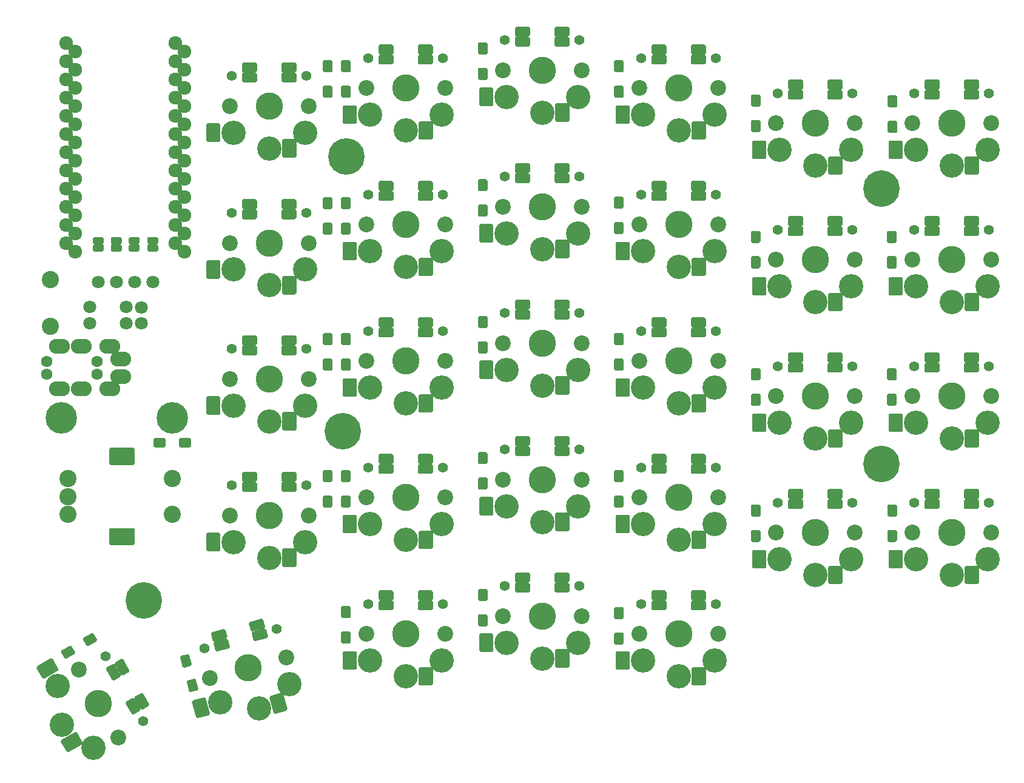
<source format=gbs>
G04 #@! TF.GenerationSoftware,KiCad,Pcbnew,(5.1.9-0-10_14)*
G04 #@! TF.CreationDate,2021-02-11T10:08:35-07:00*
G04 #@! TF.ProjectId,SofleKeyboard,536f666c-654b-4657-9962-6f6172642e6b,rev?*
G04 #@! TF.SameCoordinates,Original*
G04 #@! TF.FileFunction,Soldermask,Bot*
G04 #@! TF.FilePolarity,Negative*
%FSLAX46Y46*%
G04 Gerber Fmt 4.6, Leading zero omitted, Abs format (unit mm)*
G04 Created by KiCad (PCBNEW (5.1.9-0-10_14)) date 2021-02-11 10:08:35*
%MOMM*%
%LPD*%
G01*
G04 APERTURE LIST*
%ADD10C,1.400000*%
%ADD11C,3.400000*%
%ADD12C,3.800000*%
%ADD13C,2.200000*%
%ADD14C,1.924000*%
%ADD15C,4.400000*%
%ADD16C,1.797000*%
%ADD17C,2.400000*%
%ADD18C,5.100000*%
%ADD19C,1.600000*%
%ADD20O,2.900000X2.100000*%
G04 APERTURE END LIST*
G36*
G01*
X137900000Y-117801000D02*
X137900000Y-118801000D01*
G75*
G02*
X137700000Y-119001000I-200000J0D01*
G01*
X136000000Y-119001000D01*
G75*
G02*
X135800000Y-118801000I0J200000D01*
G01*
X135800000Y-117801000D01*
G75*
G02*
X136000000Y-117601000I200000J0D01*
G01*
X137700000Y-117601000D01*
G75*
G02*
X137900000Y-117801000I0J-200000D01*
G01*
G37*
G36*
G01*
X143400000Y-117801000D02*
X143400000Y-118801000D01*
G75*
G02*
X143200000Y-119001000I-200000J0D01*
G01*
X141500000Y-119001000D01*
G75*
G02*
X141300000Y-118801000I0J200000D01*
G01*
X141300000Y-117801000D01*
G75*
G02*
X141500000Y-117601000I200000J0D01*
G01*
X143200000Y-117601000D01*
G75*
G02*
X143400000Y-117801000I0J-200000D01*
G01*
G37*
G36*
G01*
X137900000Y-119201000D02*
X137900000Y-120201000D01*
G75*
G02*
X137700000Y-120401000I-200000J0D01*
G01*
X136000000Y-120401000D01*
G75*
G02*
X135800000Y-120201000I0J200000D01*
G01*
X135800000Y-119201000D01*
G75*
G02*
X136000000Y-119001000I200000J0D01*
G01*
X137700000Y-119001000D01*
G75*
G02*
X137900000Y-119201000I0J-200000D01*
G01*
G37*
G36*
G01*
X143400000Y-119201000D02*
X143400000Y-120201000D01*
G75*
G02*
X143200000Y-120401000I-200000J0D01*
G01*
X141500000Y-120401000D01*
G75*
G02*
X141300000Y-120201000I0J200000D01*
G01*
X141300000Y-119201000D01*
G75*
G02*
X141500000Y-119001000I200000J0D01*
G01*
X143200000Y-119001000D01*
G75*
G02*
X143400000Y-119201000I0J-200000D01*
G01*
G37*
D10*
X144820000Y-119500000D03*
X134380000Y-119500000D03*
D11*
X144600000Y-127400000D03*
G36*
G01*
X132800000Y-126300000D02*
X132800000Y-128500000D01*
G75*
G02*
X132600000Y-128700000I-200000J0D01*
G01*
X131000000Y-128700000D01*
G75*
G02*
X130800000Y-128500000I0J200000D01*
G01*
X130800000Y-126300000D01*
G75*
G02*
X131000000Y-126100000I200000J0D01*
G01*
X132600000Y-126100000D01*
G75*
G02*
X132800000Y-126300000I0J-200000D01*
G01*
G37*
G36*
G01*
X143400000Y-128500000D02*
X143400000Y-130700000D01*
G75*
G02*
X143200000Y-130900000I-200000J0D01*
G01*
X141600000Y-130900000D01*
G75*
G02*
X141400000Y-130700000I0J200000D01*
G01*
X141400000Y-128500000D01*
G75*
G02*
X141600000Y-128300000I200000J0D01*
G01*
X143200000Y-128300000D01*
G75*
G02*
X143400000Y-128500000I0J-200000D01*
G01*
G37*
X134600000Y-127400000D03*
X139600000Y-129600000D03*
D12*
X139600000Y-123700000D03*
D13*
X134100000Y-123700000D03*
X145100000Y-123700000D03*
G36*
G01*
X100968684Y-128978257D02*
X100102658Y-129478257D01*
G75*
G02*
X99829453Y-129405052I-100000J173205D01*
G01*
X98979453Y-127932808D01*
G75*
G02*
X99052658Y-127659603I173205J100000D01*
G01*
X99918684Y-127159603D01*
G75*
G02*
X100191889Y-127232808I100000J-173205D01*
G01*
X101041889Y-128705052D01*
G75*
G02*
X100968684Y-128978257I-173205J-100000D01*
G01*
G37*
G36*
G01*
X103718684Y-133741397D02*
X102852658Y-134241397D01*
G75*
G02*
X102579453Y-134168192I-100000J173205D01*
G01*
X101729453Y-132695948D01*
G75*
G02*
X101802658Y-132422743I173205J100000D01*
G01*
X102668684Y-131922743D01*
G75*
G02*
X102941889Y-131995948I100000J-173205D01*
G01*
X103791889Y-133468192D01*
G75*
G02*
X103718684Y-133741397I-173205J-100000D01*
G01*
G37*
G36*
G01*
X99756249Y-129678257D02*
X98890223Y-130178257D01*
G75*
G02*
X98617018Y-130105052I-100000J173205D01*
G01*
X97767018Y-128632808D01*
G75*
G02*
X97840223Y-128359603I173205J100000D01*
G01*
X98706249Y-127859603D01*
G75*
G02*
X98979454Y-127932808I100000J-173205D01*
G01*
X99829454Y-129405052D01*
G75*
G02*
X99756249Y-129678257I-173205J-100000D01*
G01*
G37*
G36*
G01*
X102506249Y-134441397D02*
X101640223Y-134941397D01*
G75*
G02*
X101367018Y-134868192I-100000J173205D01*
G01*
X100517018Y-133395948D01*
G75*
G02*
X100590223Y-133122743I173205J100000D01*
G01*
X101456249Y-132622743D01*
G75*
G02*
X101729454Y-132695948I100000J-173205D01*
G01*
X102579454Y-134168192D01*
G75*
G02*
X102506249Y-134441397I-173205J-100000D01*
G01*
G37*
D10*
X102957307Y-135820653D03*
X97737307Y-126779347D03*
D11*
X96005706Y-139580127D03*
G36*
G01*
X91058334Y-128811027D02*
X89153078Y-129911027D01*
G75*
G02*
X88879873Y-129837822I-100000J173205D01*
G01*
X88079873Y-128452182D01*
G75*
G02*
X88153078Y-128178977I173205J100000D01*
G01*
X90058334Y-127078977D01*
G75*
G02*
X90331539Y-127152182I100000J-173205D01*
G01*
X91131539Y-128537822D01*
G75*
G02*
X91058334Y-128811027I-173205J-100000D01*
G01*
G37*
G36*
G01*
X94453078Y-139090896D02*
X92547822Y-140190896D01*
G75*
G02*
X92274617Y-140117691I-100000J173205D01*
G01*
X91474617Y-138732051D01*
G75*
G02*
X91547822Y-138458846I173205J100000D01*
G01*
X93453078Y-137358846D01*
G75*
G02*
X93726283Y-137432051I100000J-173205D01*
G01*
X94526283Y-138817691D01*
G75*
G02*
X94453078Y-139090896I-173205J-100000D01*
G01*
G37*
X91005706Y-130919873D03*
X91600450Y-136350000D03*
D12*
X96710000Y-133400000D03*
D13*
X93960000Y-128636860D03*
X99460000Y-138163140D03*
G36*
G01*
X176000000Y-117801000D02*
X176000000Y-118801000D01*
G75*
G02*
X175800000Y-119001000I-200000J0D01*
G01*
X174100000Y-119001000D01*
G75*
G02*
X173900000Y-118801000I0J200000D01*
G01*
X173900000Y-117801000D01*
G75*
G02*
X174100000Y-117601000I200000J0D01*
G01*
X175800000Y-117601000D01*
G75*
G02*
X176000000Y-117801000I0J-200000D01*
G01*
G37*
G36*
G01*
X181500000Y-117801000D02*
X181500000Y-118801000D01*
G75*
G02*
X181300000Y-119001000I-200000J0D01*
G01*
X179600000Y-119001000D01*
G75*
G02*
X179400000Y-118801000I0J200000D01*
G01*
X179400000Y-117801000D01*
G75*
G02*
X179600000Y-117601000I200000J0D01*
G01*
X181300000Y-117601000D01*
G75*
G02*
X181500000Y-117801000I0J-200000D01*
G01*
G37*
G36*
G01*
X176000000Y-119201000D02*
X176000000Y-120201000D01*
G75*
G02*
X175800000Y-120401000I-200000J0D01*
G01*
X174100000Y-120401000D01*
G75*
G02*
X173900000Y-120201000I0J200000D01*
G01*
X173900000Y-119201000D01*
G75*
G02*
X174100000Y-119001000I200000J0D01*
G01*
X175800000Y-119001000D01*
G75*
G02*
X176000000Y-119201000I0J-200000D01*
G01*
G37*
G36*
G01*
X181500000Y-119201000D02*
X181500000Y-120201000D01*
G75*
G02*
X181300000Y-120401000I-200000J0D01*
G01*
X179600000Y-120401000D01*
G75*
G02*
X179400000Y-120201000I0J200000D01*
G01*
X179400000Y-119201000D01*
G75*
G02*
X179600000Y-119001000I200000J0D01*
G01*
X181300000Y-119001000D01*
G75*
G02*
X181500000Y-119201000I0J-200000D01*
G01*
G37*
D10*
X182920000Y-119500000D03*
X172480000Y-119500000D03*
D11*
X182700000Y-127400000D03*
G36*
G01*
X170900000Y-126300000D02*
X170900000Y-128500000D01*
G75*
G02*
X170700000Y-128700000I-200000J0D01*
G01*
X169100000Y-128700000D01*
G75*
G02*
X168900000Y-128500000I0J200000D01*
G01*
X168900000Y-126300000D01*
G75*
G02*
X169100000Y-126100000I200000J0D01*
G01*
X170700000Y-126100000D01*
G75*
G02*
X170900000Y-126300000I0J-200000D01*
G01*
G37*
G36*
G01*
X181500000Y-128500000D02*
X181500000Y-130700000D01*
G75*
G02*
X181300000Y-130900000I-200000J0D01*
G01*
X179700000Y-130900000D01*
G75*
G02*
X179500000Y-130700000I0J200000D01*
G01*
X179500000Y-128500000D01*
G75*
G02*
X179700000Y-128300000I200000J0D01*
G01*
X181300000Y-128300000D01*
G75*
G02*
X181500000Y-128500000I0J-200000D01*
G01*
G37*
X172700000Y-127400000D03*
X177700000Y-129600000D03*
D12*
X177700000Y-123700000D03*
D13*
X172200000Y-123700000D03*
X183200000Y-123700000D03*
G36*
G01*
X195050000Y-46501000D02*
X195050000Y-47501000D01*
G75*
G02*
X194850000Y-47701000I-200000J0D01*
G01*
X193150000Y-47701000D01*
G75*
G02*
X192950000Y-47501000I0J200000D01*
G01*
X192950000Y-46501000D01*
G75*
G02*
X193150000Y-46301000I200000J0D01*
G01*
X194850000Y-46301000D01*
G75*
G02*
X195050000Y-46501000I0J-200000D01*
G01*
G37*
G36*
G01*
X200550000Y-46501000D02*
X200550000Y-47501000D01*
G75*
G02*
X200350000Y-47701000I-200000J0D01*
G01*
X198650000Y-47701000D01*
G75*
G02*
X198450000Y-47501000I0J200000D01*
G01*
X198450000Y-46501000D01*
G75*
G02*
X198650000Y-46301000I200000J0D01*
G01*
X200350000Y-46301000D01*
G75*
G02*
X200550000Y-46501000I0J-200000D01*
G01*
G37*
G36*
G01*
X195050000Y-47901000D02*
X195050000Y-48901000D01*
G75*
G02*
X194850000Y-49101000I-200000J0D01*
G01*
X193150000Y-49101000D01*
G75*
G02*
X192950000Y-48901000I0J200000D01*
G01*
X192950000Y-47901000D01*
G75*
G02*
X193150000Y-47701000I200000J0D01*
G01*
X194850000Y-47701000D01*
G75*
G02*
X195050000Y-47901000I0J-200000D01*
G01*
G37*
G36*
G01*
X200550000Y-47901000D02*
X200550000Y-48901000D01*
G75*
G02*
X200350000Y-49101000I-200000J0D01*
G01*
X198650000Y-49101000D01*
G75*
G02*
X198450000Y-48901000I0J200000D01*
G01*
X198450000Y-47901000D01*
G75*
G02*
X198650000Y-47701000I200000J0D01*
G01*
X200350000Y-47701000D01*
G75*
G02*
X200550000Y-47901000I0J-200000D01*
G01*
G37*
D10*
X201970000Y-48200000D03*
X191530000Y-48200000D03*
D11*
X201750000Y-56100000D03*
G36*
G01*
X189950000Y-55000000D02*
X189950000Y-57200000D01*
G75*
G02*
X189750000Y-57400000I-200000J0D01*
G01*
X188150000Y-57400000D01*
G75*
G02*
X187950000Y-57200000I0J200000D01*
G01*
X187950000Y-55000000D01*
G75*
G02*
X188150000Y-54800000I200000J0D01*
G01*
X189750000Y-54800000D01*
G75*
G02*
X189950000Y-55000000I0J-200000D01*
G01*
G37*
G36*
G01*
X200550000Y-57200000D02*
X200550000Y-59400000D01*
G75*
G02*
X200350000Y-59600000I-200000J0D01*
G01*
X198750000Y-59600000D01*
G75*
G02*
X198550000Y-59400000I0J200000D01*
G01*
X198550000Y-57200000D01*
G75*
G02*
X198750000Y-57000000I200000J0D01*
G01*
X200350000Y-57000000D01*
G75*
G02*
X200550000Y-57200000I0J-200000D01*
G01*
G37*
X191750000Y-56100000D03*
X196750000Y-58300000D03*
D12*
X196750000Y-52400000D03*
D13*
X191250000Y-52400000D03*
X202250000Y-52400000D03*
G36*
G01*
X118850000Y-44101000D02*
X118850000Y-45101000D01*
G75*
G02*
X118650000Y-45301000I-200000J0D01*
G01*
X116950000Y-45301000D01*
G75*
G02*
X116750000Y-45101000I0J200000D01*
G01*
X116750000Y-44101000D01*
G75*
G02*
X116950000Y-43901000I200000J0D01*
G01*
X118650000Y-43901000D01*
G75*
G02*
X118850000Y-44101000I0J-200000D01*
G01*
G37*
G36*
G01*
X124350000Y-44101000D02*
X124350000Y-45101000D01*
G75*
G02*
X124150000Y-45301000I-200000J0D01*
G01*
X122450000Y-45301000D01*
G75*
G02*
X122250000Y-45101000I0J200000D01*
G01*
X122250000Y-44101000D01*
G75*
G02*
X122450000Y-43901000I200000J0D01*
G01*
X124150000Y-43901000D01*
G75*
G02*
X124350000Y-44101000I0J-200000D01*
G01*
G37*
G36*
G01*
X118850000Y-45501000D02*
X118850000Y-46501000D01*
G75*
G02*
X118650000Y-46701000I-200000J0D01*
G01*
X116950000Y-46701000D01*
G75*
G02*
X116750000Y-46501000I0J200000D01*
G01*
X116750000Y-45501000D01*
G75*
G02*
X116950000Y-45301000I200000J0D01*
G01*
X118650000Y-45301000D01*
G75*
G02*
X118850000Y-45501000I0J-200000D01*
G01*
G37*
G36*
G01*
X124350000Y-45501000D02*
X124350000Y-46501000D01*
G75*
G02*
X124150000Y-46701000I-200000J0D01*
G01*
X122450000Y-46701000D01*
G75*
G02*
X122250000Y-46501000I0J200000D01*
G01*
X122250000Y-45501000D01*
G75*
G02*
X122450000Y-45301000I200000J0D01*
G01*
X124150000Y-45301000D01*
G75*
G02*
X124350000Y-45501000I0J-200000D01*
G01*
G37*
D10*
X125770000Y-45800000D03*
X115330000Y-45800000D03*
D11*
X125550000Y-53700000D03*
G36*
G01*
X113750000Y-52600000D02*
X113750000Y-54800000D01*
G75*
G02*
X113550000Y-55000000I-200000J0D01*
G01*
X111950000Y-55000000D01*
G75*
G02*
X111750000Y-54800000I0J200000D01*
G01*
X111750000Y-52600000D01*
G75*
G02*
X111950000Y-52400000I200000J0D01*
G01*
X113550000Y-52400000D01*
G75*
G02*
X113750000Y-52600000I0J-200000D01*
G01*
G37*
G36*
G01*
X124350000Y-54800000D02*
X124350000Y-57000000D01*
G75*
G02*
X124150000Y-57200000I-200000J0D01*
G01*
X122550000Y-57200000D01*
G75*
G02*
X122350000Y-57000000I0J200000D01*
G01*
X122350000Y-54800000D01*
G75*
G02*
X122550000Y-54600000I200000J0D01*
G01*
X124150000Y-54600000D01*
G75*
G02*
X124350000Y-54800000I0J-200000D01*
G01*
G37*
X115550000Y-53700000D03*
X120550000Y-55900000D03*
D12*
X120550000Y-50000000D03*
D13*
X115050000Y-50000000D03*
X126050000Y-50000000D03*
G36*
G01*
X156950000Y-39101000D02*
X156950000Y-40101000D01*
G75*
G02*
X156750000Y-40301000I-200000J0D01*
G01*
X155050000Y-40301000D01*
G75*
G02*
X154850000Y-40101000I0J200000D01*
G01*
X154850000Y-39101000D01*
G75*
G02*
X155050000Y-38901000I200000J0D01*
G01*
X156750000Y-38901000D01*
G75*
G02*
X156950000Y-39101000I0J-200000D01*
G01*
G37*
G36*
G01*
X162450000Y-39101000D02*
X162450000Y-40101000D01*
G75*
G02*
X162250000Y-40301000I-200000J0D01*
G01*
X160550000Y-40301000D01*
G75*
G02*
X160350000Y-40101000I0J200000D01*
G01*
X160350000Y-39101000D01*
G75*
G02*
X160550000Y-38901000I200000J0D01*
G01*
X162250000Y-38901000D01*
G75*
G02*
X162450000Y-39101000I0J-200000D01*
G01*
G37*
G36*
G01*
X156950000Y-40501000D02*
X156950000Y-41501000D01*
G75*
G02*
X156750000Y-41701000I-200000J0D01*
G01*
X155050000Y-41701000D01*
G75*
G02*
X154850000Y-41501000I0J200000D01*
G01*
X154850000Y-40501000D01*
G75*
G02*
X155050000Y-40301000I200000J0D01*
G01*
X156750000Y-40301000D01*
G75*
G02*
X156950000Y-40501000I0J-200000D01*
G01*
G37*
G36*
G01*
X162450000Y-40501000D02*
X162450000Y-41501000D01*
G75*
G02*
X162250000Y-41701000I-200000J0D01*
G01*
X160550000Y-41701000D01*
G75*
G02*
X160350000Y-41501000I0J200000D01*
G01*
X160350000Y-40501000D01*
G75*
G02*
X160550000Y-40301000I200000J0D01*
G01*
X162250000Y-40301000D01*
G75*
G02*
X162450000Y-40501000I0J-200000D01*
G01*
G37*
D10*
X163870000Y-40800000D03*
X153430000Y-40800000D03*
D11*
X163650000Y-48700000D03*
G36*
G01*
X151850000Y-47600000D02*
X151850000Y-49800000D01*
G75*
G02*
X151650000Y-50000000I-200000J0D01*
G01*
X150050000Y-50000000D01*
G75*
G02*
X149850000Y-49800000I0J200000D01*
G01*
X149850000Y-47600000D01*
G75*
G02*
X150050000Y-47400000I200000J0D01*
G01*
X151650000Y-47400000D01*
G75*
G02*
X151850000Y-47600000I0J-200000D01*
G01*
G37*
G36*
G01*
X162450000Y-49800000D02*
X162450000Y-52000000D01*
G75*
G02*
X162250000Y-52200000I-200000J0D01*
G01*
X160650000Y-52200000D01*
G75*
G02*
X160450000Y-52000000I0J200000D01*
G01*
X160450000Y-49800000D01*
G75*
G02*
X160650000Y-49600000I200000J0D01*
G01*
X162250000Y-49600000D01*
G75*
G02*
X162450000Y-49800000I0J-200000D01*
G01*
G37*
X153650000Y-48700000D03*
X158650000Y-50900000D03*
D12*
X158650000Y-45000000D03*
D13*
X153150000Y-45000000D03*
X164150000Y-45000000D03*
G36*
G01*
X137900000Y-41601000D02*
X137900000Y-42601000D01*
G75*
G02*
X137700000Y-42801000I-200000J0D01*
G01*
X136000000Y-42801000D01*
G75*
G02*
X135800000Y-42601000I0J200000D01*
G01*
X135800000Y-41601000D01*
G75*
G02*
X136000000Y-41401000I200000J0D01*
G01*
X137700000Y-41401000D01*
G75*
G02*
X137900000Y-41601000I0J-200000D01*
G01*
G37*
G36*
G01*
X143400000Y-41601000D02*
X143400000Y-42601000D01*
G75*
G02*
X143200000Y-42801000I-200000J0D01*
G01*
X141500000Y-42801000D01*
G75*
G02*
X141300000Y-42601000I0J200000D01*
G01*
X141300000Y-41601000D01*
G75*
G02*
X141500000Y-41401000I200000J0D01*
G01*
X143200000Y-41401000D01*
G75*
G02*
X143400000Y-41601000I0J-200000D01*
G01*
G37*
G36*
G01*
X137900000Y-43001000D02*
X137900000Y-44001000D01*
G75*
G02*
X137700000Y-44201000I-200000J0D01*
G01*
X136000000Y-44201000D01*
G75*
G02*
X135800000Y-44001000I0J200000D01*
G01*
X135800000Y-43001000D01*
G75*
G02*
X136000000Y-42801000I200000J0D01*
G01*
X137700000Y-42801000D01*
G75*
G02*
X137900000Y-43001000I0J-200000D01*
G01*
G37*
G36*
G01*
X143400000Y-43001000D02*
X143400000Y-44001000D01*
G75*
G02*
X143200000Y-44201000I-200000J0D01*
G01*
X141500000Y-44201000D01*
G75*
G02*
X141300000Y-44001000I0J200000D01*
G01*
X141300000Y-43001000D01*
G75*
G02*
X141500000Y-42801000I200000J0D01*
G01*
X143200000Y-42801000D01*
G75*
G02*
X143400000Y-43001000I0J-200000D01*
G01*
G37*
D10*
X144820000Y-43300000D03*
X134380000Y-43300000D03*
D11*
X144600000Y-51200000D03*
G36*
G01*
X132800000Y-50100000D02*
X132800000Y-52300000D01*
G75*
G02*
X132600000Y-52500000I-200000J0D01*
G01*
X131000000Y-52500000D01*
G75*
G02*
X130800000Y-52300000I0J200000D01*
G01*
X130800000Y-50100000D01*
G75*
G02*
X131000000Y-49900000I200000J0D01*
G01*
X132600000Y-49900000D01*
G75*
G02*
X132800000Y-50100000I0J-200000D01*
G01*
G37*
G36*
G01*
X143400000Y-52300000D02*
X143400000Y-54500000D01*
G75*
G02*
X143200000Y-54700000I-200000J0D01*
G01*
X141600000Y-54700000D01*
G75*
G02*
X141400000Y-54500000I0J200000D01*
G01*
X141400000Y-52300000D01*
G75*
G02*
X141600000Y-52100000I200000J0D01*
G01*
X143200000Y-52100000D01*
G75*
G02*
X143400000Y-52300000I0J-200000D01*
G01*
G37*
X134600000Y-51200000D03*
X139600000Y-53400000D03*
D12*
X139600000Y-47500000D03*
D13*
X134100000Y-47500000D03*
X145100000Y-47500000D03*
G36*
G01*
X176000000Y-41601000D02*
X176000000Y-42601000D01*
G75*
G02*
X175800000Y-42801000I-200000J0D01*
G01*
X174100000Y-42801000D01*
G75*
G02*
X173900000Y-42601000I0J200000D01*
G01*
X173900000Y-41601000D01*
G75*
G02*
X174100000Y-41401000I200000J0D01*
G01*
X175800000Y-41401000D01*
G75*
G02*
X176000000Y-41601000I0J-200000D01*
G01*
G37*
G36*
G01*
X181500000Y-41601000D02*
X181500000Y-42601000D01*
G75*
G02*
X181300000Y-42801000I-200000J0D01*
G01*
X179600000Y-42801000D01*
G75*
G02*
X179400000Y-42601000I0J200000D01*
G01*
X179400000Y-41601000D01*
G75*
G02*
X179600000Y-41401000I200000J0D01*
G01*
X181300000Y-41401000D01*
G75*
G02*
X181500000Y-41601000I0J-200000D01*
G01*
G37*
G36*
G01*
X176000000Y-43001000D02*
X176000000Y-44001000D01*
G75*
G02*
X175800000Y-44201000I-200000J0D01*
G01*
X174100000Y-44201000D01*
G75*
G02*
X173900000Y-44001000I0J200000D01*
G01*
X173900000Y-43001000D01*
G75*
G02*
X174100000Y-42801000I200000J0D01*
G01*
X175800000Y-42801000D01*
G75*
G02*
X176000000Y-43001000I0J-200000D01*
G01*
G37*
G36*
G01*
X181500000Y-43001000D02*
X181500000Y-44001000D01*
G75*
G02*
X181300000Y-44201000I-200000J0D01*
G01*
X179600000Y-44201000D01*
G75*
G02*
X179400000Y-44001000I0J200000D01*
G01*
X179400000Y-43001000D01*
G75*
G02*
X179600000Y-42801000I200000J0D01*
G01*
X181300000Y-42801000D01*
G75*
G02*
X181500000Y-43001000I0J-200000D01*
G01*
G37*
D10*
X182920000Y-43300000D03*
X172480000Y-43300000D03*
D11*
X182700000Y-51200000D03*
G36*
G01*
X170900000Y-50100000D02*
X170900000Y-52300000D01*
G75*
G02*
X170700000Y-52500000I-200000J0D01*
G01*
X169100000Y-52500000D01*
G75*
G02*
X168900000Y-52300000I0J200000D01*
G01*
X168900000Y-50100000D01*
G75*
G02*
X169100000Y-49900000I200000J0D01*
G01*
X170700000Y-49900000D01*
G75*
G02*
X170900000Y-50100000I0J-200000D01*
G01*
G37*
G36*
G01*
X181500000Y-52300000D02*
X181500000Y-54500000D01*
G75*
G02*
X181300000Y-54700000I-200000J0D01*
G01*
X179700000Y-54700000D01*
G75*
G02*
X179500000Y-54500000I0J200000D01*
G01*
X179500000Y-52300000D01*
G75*
G02*
X179700000Y-52100000I200000J0D01*
G01*
X181300000Y-52100000D01*
G75*
G02*
X181500000Y-52300000I0J-200000D01*
G01*
G37*
X172700000Y-51200000D03*
X177700000Y-53400000D03*
D12*
X177700000Y-47500000D03*
D13*
X172200000Y-47500000D03*
X183200000Y-47500000D03*
G36*
G01*
X195050000Y-103651000D02*
X195050000Y-104651000D01*
G75*
G02*
X194850000Y-104851000I-200000J0D01*
G01*
X193150000Y-104851000D01*
G75*
G02*
X192950000Y-104651000I0J200000D01*
G01*
X192950000Y-103651000D01*
G75*
G02*
X193150000Y-103451000I200000J0D01*
G01*
X194850000Y-103451000D01*
G75*
G02*
X195050000Y-103651000I0J-200000D01*
G01*
G37*
G36*
G01*
X200550000Y-103651000D02*
X200550000Y-104651000D01*
G75*
G02*
X200350000Y-104851000I-200000J0D01*
G01*
X198650000Y-104851000D01*
G75*
G02*
X198450000Y-104651000I0J200000D01*
G01*
X198450000Y-103651000D01*
G75*
G02*
X198650000Y-103451000I200000J0D01*
G01*
X200350000Y-103451000D01*
G75*
G02*
X200550000Y-103651000I0J-200000D01*
G01*
G37*
G36*
G01*
X195050000Y-105051000D02*
X195050000Y-106051000D01*
G75*
G02*
X194850000Y-106251000I-200000J0D01*
G01*
X193150000Y-106251000D01*
G75*
G02*
X192950000Y-106051000I0J200000D01*
G01*
X192950000Y-105051000D01*
G75*
G02*
X193150000Y-104851000I200000J0D01*
G01*
X194850000Y-104851000D01*
G75*
G02*
X195050000Y-105051000I0J-200000D01*
G01*
G37*
G36*
G01*
X200550000Y-105051000D02*
X200550000Y-106051000D01*
G75*
G02*
X200350000Y-106251000I-200000J0D01*
G01*
X198650000Y-106251000D01*
G75*
G02*
X198450000Y-106051000I0J200000D01*
G01*
X198450000Y-105051000D01*
G75*
G02*
X198650000Y-104851000I200000J0D01*
G01*
X200350000Y-104851000D01*
G75*
G02*
X200550000Y-105051000I0J-200000D01*
G01*
G37*
D10*
X201970000Y-105350000D03*
X191530000Y-105350000D03*
D11*
X201750000Y-113250000D03*
G36*
G01*
X189950000Y-112150000D02*
X189950000Y-114350000D01*
G75*
G02*
X189750000Y-114550000I-200000J0D01*
G01*
X188150000Y-114550000D01*
G75*
G02*
X187950000Y-114350000I0J200000D01*
G01*
X187950000Y-112150000D01*
G75*
G02*
X188150000Y-111950000I200000J0D01*
G01*
X189750000Y-111950000D01*
G75*
G02*
X189950000Y-112150000I0J-200000D01*
G01*
G37*
G36*
G01*
X200550000Y-114350000D02*
X200550000Y-116550000D01*
G75*
G02*
X200350000Y-116750000I-200000J0D01*
G01*
X198750000Y-116750000D01*
G75*
G02*
X198550000Y-116550000I0J200000D01*
G01*
X198550000Y-114350000D01*
G75*
G02*
X198750000Y-114150000I200000J0D01*
G01*
X200350000Y-114150000D01*
G75*
G02*
X200550000Y-114350000I0J-200000D01*
G01*
G37*
X191750000Y-113250000D03*
X196750000Y-115450000D03*
D12*
X196750000Y-109550000D03*
D13*
X191250000Y-109550000D03*
X202250000Y-109550000D03*
G36*
G01*
X156950000Y-115301000D02*
X156950000Y-116301000D01*
G75*
G02*
X156750000Y-116501000I-200000J0D01*
G01*
X155050000Y-116501000D01*
G75*
G02*
X154850000Y-116301000I0J200000D01*
G01*
X154850000Y-115301000D01*
G75*
G02*
X155050000Y-115101000I200000J0D01*
G01*
X156750000Y-115101000D01*
G75*
G02*
X156950000Y-115301000I0J-200000D01*
G01*
G37*
G36*
G01*
X162450000Y-115301000D02*
X162450000Y-116301000D01*
G75*
G02*
X162250000Y-116501000I-200000J0D01*
G01*
X160550000Y-116501000D01*
G75*
G02*
X160350000Y-116301000I0J200000D01*
G01*
X160350000Y-115301000D01*
G75*
G02*
X160550000Y-115101000I200000J0D01*
G01*
X162250000Y-115101000D01*
G75*
G02*
X162450000Y-115301000I0J-200000D01*
G01*
G37*
G36*
G01*
X156950000Y-116701000D02*
X156950000Y-117701000D01*
G75*
G02*
X156750000Y-117901000I-200000J0D01*
G01*
X155050000Y-117901000D01*
G75*
G02*
X154850000Y-117701000I0J200000D01*
G01*
X154850000Y-116701000D01*
G75*
G02*
X155050000Y-116501000I200000J0D01*
G01*
X156750000Y-116501000D01*
G75*
G02*
X156950000Y-116701000I0J-200000D01*
G01*
G37*
G36*
G01*
X162450000Y-116701000D02*
X162450000Y-117701000D01*
G75*
G02*
X162250000Y-117901000I-200000J0D01*
G01*
X160550000Y-117901000D01*
G75*
G02*
X160350000Y-117701000I0J200000D01*
G01*
X160350000Y-116701000D01*
G75*
G02*
X160550000Y-116501000I200000J0D01*
G01*
X162250000Y-116501000D01*
G75*
G02*
X162450000Y-116701000I0J-200000D01*
G01*
G37*
D10*
X163870000Y-117000000D03*
X153430000Y-117000000D03*
D11*
X163650000Y-124900000D03*
G36*
G01*
X151850000Y-123800000D02*
X151850000Y-126000000D01*
G75*
G02*
X151650000Y-126200000I-200000J0D01*
G01*
X150050000Y-126200000D01*
G75*
G02*
X149850000Y-126000000I0J200000D01*
G01*
X149850000Y-123800000D01*
G75*
G02*
X150050000Y-123600000I200000J0D01*
G01*
X151650000Y-123600000D01*
G75*
G02*
X151850000Y-123800000I0J-200000D01*
G01*
G37*
G36*
G01*
X162450000Y-126000000D02*
X162450000Y-128200000D01*
G75*
G02*
X162250000Y-128400000I-200000J0D01*
G01*
X160650000Y-128400000D01*
G75*
G02*
X160450000Y-128200000I0J200000D01*
G01*
X160450000Y-126000000D01*
G75*
G02*
X160650000Y-125800000I200000J0D01*
G01*
X162250000Y-125800000D01*
G75*
G02*
X162450000Y-126000000I0J-200000D01*
G01*
G37*
X153650000Y-124900000D03*
X158650000Y-127100000D03*
D12*
X158650000Y-121200000D03*
D13*
X153150000Y-121200000D03*
X164150000Y-121200000D03*
G36*
G01*
X195050000Y-84601000D02*
X195050000Y-85601000D01*
G75*
G02*
X194850000Y-85801000I-200000J0D01*
G01*
X193150000Y-85801000D01*
G75*
G02*
X192950000Y-85601000I0J200000D01*
G01*
X192950000Y-84601000D01*
G75*
G02*
X193150000Y-84401000I200000J0D01*
G01*
X194850000Y-84401000D01*
G75*
G02*
X195050000Y-84601000I0J-200000D01*
G01*
G37*
G36*
G01*
X200550000Y-84601000D02*
X200550000Y-85601000D01*
G75*
G02*
X200350000Y-85801000I-200000J0D01*
G01*
X198650000Y-85801000D01*
G75*
G02*
X198450000Y-85601000I0J200000D01*
G01*
X198450000Y-84601000D01*
G75*
G02*
X198650000Y-84401000I200000J0D01*
G01*
X200350000Y-84401000D01*
G75*
G02*
X200550000Y-84601000I0J-200000D01*
G01*
G37*
G36*
G01*
X195050000Y-86001000D02*
X195050000Y-87001000D01*
G75*
G02*
X194850000Y-87201000I-200000J0D01*
G01*
X193150000Y-87201000D01*
G75*
G02*
X192950000Y-87001000I0J200000D01*
G01*
X192950000Y-86001000D01*
G75*
G02*
X193150000Y-85801000I200000J0D01*
G01*
X194850000Y-85801000D01*
G75*
G02*
X195050000Y-86001000I0J-200000D01*
G01*
G37*
G36*
G01*
X200550000Y-86001000D02*
X200550000Y-87001000D01*
G75*
G02*
X200350000Y-87201000I-200000J0D01*
G01*
X198650000Y-87201000D01*
G75*
G02*
X198450000Y-87001000I0J200000D01*
G01*
X198450000Y-86001000D01*
G75*
G02*
X198650000Y-85801000I200000J0D01*
G01*
X200350000Y-85801000D01*
G75*
G02*
X200550000Y-86001000I0J-200000D01*
G01*
G37*
D10*
X201970000Y-86300000D03*
X191530000Y-86300000D03*
D11*
X201750000Y-94200000D03*
G36*
G01*
X189950000Y-93100000D02*
X189950000Y-95300000D01*
G75*
G02*
X189750000Y-95500000I-200000J0D01*
G01*
X188150000Y-95500000D01*
G75*
G02*
X187950000Y-95300000I0J200000D01*
G01*
X187950000Y-93100000D01*
G75*
G02*
X188150000Y-92900000I200000J0D01*
G01*
X189750000Y-92900000D01*
G75*
G02*
X189950000Y-93100000I0J-200000D01*
G01*
G37*
G36*
G01*
X200550000Y-95300000D02*
X200550000Y-97500000D01*
G75*
G02*
X200350000Y-97700000I-200000J0D01*
G01*
X198750000Y-97700000D01*
G75*
G02*
X198550000Y-97500000I0J200000D01*
G01*
X198550000Y-95300000D01*
G75*
G02*
X198750000Y-95100000I200000J0D01*
G01*
X200350000Y-95100000D01*
G75*
G02*
X200550000Y-95300000I0J-200000D01*
G01*
G37*
X191750000Y-94200000D03*
X196750000Y-96400000D03*
D12*
X196750000Y-90500000D03*
D13*
X191250000Y-90500000D03*
X202250000Y-90500000D03*
G36*
G01*
X114431152Y-123141996D02*
X114689971Y-124107922D01*
G75*
G02*
X114548550Y-124352871I-193185J-51764D01*
G01*
X112906477Y-124792863D01*
G75*
G02*
X112661528Y-124651442I-51764J193185D01*
G01*
X112402709Y-123685516D01*
G75*
G02*
X112544130Y-123440567I193185J51764D01*
G01*
X114186203Y-123000575D01*
G75*
G02*
X114431152Y-123141996I51764J-193185D01*
G01*
G37*
G36*
G01*
X119743744Y-121718491D02*
X120002563Y-122684417D01*
G75*
G02*
X119861142Y-122929366I-193185J-51764D01*
G01*
X118219069Y-123369358D01*
G75*
G02*
X117974120Y-123227937I-51764J193185D01*
G01*
X117715301Y-122262011D01*
G75*
G02*
X117856722Y-122017062I193185J51764D01*
G01*
X119498795Y-121577070D01*
G75*
G02*
X119743744Y-121718491I51764J-193185D01*
G01*
G37*
G36*
G01*
X114793499Y-124494292D02*
X115052318Y-125460218D01*
G75*
G02*
X114910897Y-125705167I-193185J-51764D01*
G01*
X113268824Y-126145159D01*
G75*
G02*
X113023875Y-126003738I-51764J193185D01*
G01*
X112765056Y-125037812D01*
G75*
G02*
X112906477Y-124792863I193185J51764D01*
G01*
X114548550Y-124352871D01*
G75*
G02*
X114793499Y-124494292I51764J-193185D01*
G01*
G37*
G36*
G01*
X120106091Y-123070787D02*
X120364910Y-124036713D01*
G75*
G02*
X120223489Y-124281662I-193185J-51764D01*
G01*
X118581416Y-124721654D01*
G75*
G02*
X118336467Y-124580233I-51764J193185D01*
G01*
X118077648Y-123614307D01*
G75*
G02*
X118219069Y-123369358I193185J51764D01*
G01*
X119861142Y-122929366D01*
G75*
G02*
X120106091Y-123070787I51764J-193185D01*
G01*
G37*
D10*
X121555093Y-122992076D03*
X111470827Y-125694147D03*
D11*
X123387260Y-130679830D03*
G36*
G01*
X111704634Y-132671376D02*
X112274036Y-134796413D01*
G75*
G02*
X112132615Y-135041362I-193185J-51764D01*
G01*
X110587133Y-135455473D01*
G75*
G02*
X110342184Y-135314052I-51764J193185D01*
G01*
X109772782Y-133189015D01*
G75*
G02*
X109914203Y-132944066I193185J51764D01*
G01*
X111459685Y-132529955D01*
G75*
G02*
X111704634Y-132671376I51764J-193185D01*
G01*
G37*
G36*
G01*
X122512850Y-132052931D02*
X123082252Y-134177968D01*
G75*
G02*
X122940831Y-134422917I-193185J-51764D01*
G01*
X121395349Y-134837028D01*
G75*
G02*
X121150400Y-134695607I-51764J193185D01*
G01*
X120580998Y-132570570D01*
G75*
G02*
X120722419Y-132325621I193185J51764D01*
G01*
X122267901Y-131911510D01*
G75*
G02*
X122512850Y-132052931I51764J-193185D01*
G01*
G37*
X113728001Y-133268021D03*
X119127032Y-134098962D03*
D12*
X117600000Y-128400000D03*
D13*
X112287408Y-129823505D03*
X122912592Y-126976495D03*
G36*
G01*
X214100000Y-103651000D02*
X214100000Y-104651000D01*
G75*
G02*
X213900000Y-104851000I-200000J0D01*
G01*
X212200000Y-104851000D01*
G75*
G02*
X212000000Y-104651000I0J200000D01*
G01*
X212000000Y-103651000D01*
G75*
G02*
X212200000Y-103451000I200000J0D01*
G01*
X213900000Y-103451000D01*
G75*
G02*
X214100000Y-103651000I0J-200000D01*
G01*
G37*
G36*
G01*
X219600000Y-103651000D02*
X219600000Y-104651000D01*
G75*
G02*
X219400000Y-104851000I-200000J0D01*
G01*
X217700000Y-104851000D01*
G75*
G02*
X217500000Y-104651000I0J200000D01*
G01*
X217500000Y-103651000D01*
G75*
G02*
X217700000Y-103451000I200000J0D01*
G01*
X219400000Y-103451000D01*
G75*
G02*
X219600000Y-103651000I0J-200000D01*
G01*
G37*
G36*
G01*
X214100000Y-105051000D02*
X214100000Y-106051000D01*
G75*
G02*
X213900000Y-106251000I-200000J0D01*
G01*
X212200000Y-106251000D01*
G75*
G02*
X212000000Y-106051000I0J200000D01*
G01*
X212000000Y-105051000D01*
G75*
G02*
X212200000Y-104851000I200000J0D01*
G01*
X213900000Y-104851000D01*
G75*
G02*
X214100000Y-105051000I0J-200000D01*
G01*
G37*
G36*
G01*
X219600000Y-105051000D02*
X219600000Y-106051000D01*
G75*
G02*
X219400000Y-106251000I-200000J0D01*
G01*
X217700000Y-106251000D01*
G75*
G02*
X217500000Y-106051000I0J200000D01*
G01*
X217500000Y-105051000D01*
G75*
G02*
X217700000Y-104851000I200000J0D01*
G01*
X219400000Y-104851000D01*
G75*
G02*
X219600000Y-105051000I0J-200000D01*
G01*
G37*
D10*
X221020000Y-105350000D03*
X210580000Y-105350000D03*
D11*
X220800000Y-113250000D03*
G36*
G01*
X209000000Y-112150000D02*
X209000000Y-114350000D01*
G75*
G02*
X208800000Y-114550000I-200000J0D01*
G01*
X207200000Y-114550000D01*
G75*
G02*
X207000000Y-114350000I0J200000D01*
G01*
X207000000Y-112150000D01*
G75*
G02*
X207200000Y-111950000I200000J0D01*
G01*
X208800000Y-111950000D01*
G75*
G02*
X209000000Y-112150000I0J-200000D01*
G01*
G37*
G36*
G01*
X219600000Y-114350000D02*
X219600000Y-116550000D01*
G75*
G02*
X219400000Y-116750000I-200000J0D01*
G01*
X217800000Y-116750000D01*
G75*
G02*
X217600000Y-116550000I0J200000D01*
G01*
X217600000Y-114350000D01*
G75*
G02*
X217800000Y-114150000I200000J0D01*
G01*
X219400000Y-114150000D01*
G75*
G02*
X219600000Y-114350000I0J-200000D01*
G01*
G37*
X210800000Y-113250000D03*
X215800000Y-115450000D03*
D12*
X215800000Y-109550000D03*
D13*
X210300000Y-109550000D03*
X221300000Y-109550000D03*
G36*
G01*
X176000000Y-98751000D02*
X176000000Y-99751000D01*
G75*
G02*
X175800000Y-99951000I-200000J0D01*
G01*
X174100000Y-99951000D01*
G75*
G02*
X173900000Y-99751000I0J200000D01*
G01*
X173900000Y-98751000D01*
G75*
G02*
X174100000Y-98551000I200000J0D01*
G01*
X175800000Y-98551000D01*
G75*
G02*
X176000000Y-98751000I0J-200000D01*
G01*
G37*
G36*
G01*
X181500000Y-98751000D02*
X181500000Y-99751000D01*
G75*
G02*
X181300000Y-99951000I-200000J0D01*
G01*
X179600000Y-99951000D01*
G75*
G02*
X179400000Y-99751000I0J200000D01*
G01*
X179400000Y-98751000D01*
G75*
G02*
X179600000Y-98551000I200000J0D01*
G01*
X181300000Y-98551000D01*
G75*
G02*
X181500000Y-98751000I0J-200000D01*
G01*
G37*
G36*
G01*
X176000000Y-100151000D02*
X176000000Y-101151000D01*
G75*
G02*
X175800000Y-101351000I-200000J0D01*
G01*
X174100000Y-101351000D01*
G75*
G02*
X173900000Y-101151000I0J200000D01*
G01*
X173900000Y-100151000D01*
G75*
G02*
X174100000Y-99951000I200000J0D01*
G01*
X175800000Y-99951000D01*
G75*
G02*
X176000000Y-100151000I0J-200000D01*
G01*
G37*
G36*
G01*
X181500000Y-100151000D02*
X181500000Y-101151000D01*
G75*
G02*
X181300000Y-101351000I-200000J0D01*
G01*
X179600000Y-101351000D01*
G75*
G02*
X179400000Y-101151000I0J200000D01*
G01*
X179400000Y-100151000D01*
G75*
G02*
X179600000Y-99951000I200000J0D01*
G01*
X181300000Y-99951000D01*
G75*
G02*
X181500000Y-100151000I0J-200000D01*
G01*
G37*
D10*
X182920000Y-100450000D03*
X172480000Y-100450000D03*
D11*
X182700000Y-108350000D03*
G36*
G01*
X170900000Y-107250000D02*
X170900000Y-109450000D01*
G75*
G02*
X170700000Y-109650000I-200000J0D01*
G01*
X169100000Y-109650000D01*
G75*
G02*
X168900000Y-109450000I0J200000D01*
G01*
X168900000Y-107250000D01*
G75*
G02*
X169100000Y-107050000I200000J0D01*
G01*
X170700000Y-107050000D01*
G75*
G02*
X170900000Y-107250000I0J-200000D01*
G01*
G37*
G36*
G01*
X181500000Y-109450000D02*
X181500000Y-111650000D01*
G75*
G02*
X181300000Y-111850000I-200000J0D01*
G01*
X179700000Y-111850000D01*
G75*
G02*
X179500000Y-111650000I0J200000D01*
G01*
X179500000Y-109450000D01*
G75*
G02*
X179700000Y-109250000I200000J0D01*
G01*
X181300000Y-109250000D01*
G75*
G02*
X181500000Y-109450000I0J-200000D01*
G01*
G37*
X172700000Y-108350000D03*
X177700000Y-110550000D03*
D12*
X177700000Y-104650000D03*
D13*
X172200000Y-104650000D03*
X183200000Y-104650000D03*
G36*
G01*
X156950000Y-96251000D02*
X156950000Y-97251000D01*
G75*
G02*
X156750000Y-97451000I-200000J0D01*
G01*
X155050000Y-97451000D01*
G75*
G02*
X154850000Y-97251000I0J200000D01*
G01*
X154850000Y-96251000D01*
G75*
G02*
X155050000Y-96051000I200000J0D01*
G01*
X156750000Y-96051000D01*
G75*
G02*
X156950000Y-96251000I0J-200000D01*
G01*
G37*
G36*
G01*
X162450000Y-96251000D02*
X162450000Y-97251000D01*
G75*
G02*
X162250000Y-97451000I-200000J0D01*
G01*
X160550000Y-97451000D01*
G75*
G02*
X160350000Y-97251000I0J200000D01*
G01*
X160350000Y-96251000D01*
G75*
G02*
X160550000Y-96051000I200000J0D01*
G01*
X162250000Y-96051000D01*
G75*
G02*
X162450000Y-96251000I0J-200000D01*
G01*
G37*
G36*
G01*
X156950000Y-97651000D02*
X156950000Y-98651000D01*
G75*
G02*
X156750000Y-98851000I-200000J0D01*
G01*
X155050000Y-98851000D01*
G75*
G02*
X154850000Y-98651000I0J200000D01*
G01*
X154850000Y-97651000D01*
G75*
G02*
X155050000Y-97451000I200000J0D01*
G01*
X156750000Y-97451000D01*
G75*
G02*
X156950000Y-97651000I0J-200000D01*
G01*
G37*
G36*
G01*
X162450000Y-97651000D02*
X162450000Y-98651000D01*
G75*
G02*
X162250000Y-98851000I-200000J0D01*
G01*
X160550000Y-98851000D01*
G75*
G02*
X160350000Y-98651000I0J200000D01*
G01*
X160350000Y-97651000D01*
G75*
G02*
X160550000Y-97451000I200000J0D01*
G01*
X162250000Y-97451000D01*
G75*
G02*
X162450000Y-97651000I0J-200000D01*
G01*
G37*
D10*
X163870000Y-97950000D03*
X153430000Y-97950000D03*
D11*
X163650000Y-105850000D03*
G36*
G01*
X151850000Y-104750000D02*
X151850000Y-106950000D01*
G75*
G02*
X151650000Y-107150000I-200000J0D01*
G01*
X150050000Y-107150000D01*
G75*
G02*
X149850000Y-106950000I0J200000D01*
G01*
X149850000Y-104750000D01*
G75*
G02*
X150050000Y-104550000I200000J0D01*
G01*
X151650000Y-104550000D01*
G75*
G02*
X151850000Y-104750000I0J-200000D01*
G01*
G37*
G36*
G01*
X162450000Y-106950000D02*
X162450000Y-109150000D01*
G75*
G02*
X162250000Y-109350000I-200000J0D01*
G01*
X160650000Y-109350000D01*
G75*
G02*
X160450000Y-109150000I0J200000D01*
G01*
X160450000Y-106950000D01*
G75*
G02*
X160650000Y-106750000I200000J0D01*
G01*
X162250000Y-106750000D01*
G75*
G02*
X162450000Y-106950000I0J-200000D01*
G01*
G37*
X153650000Y-105850000D03*
X158650000Y-108050000D03*
D12*
X158650000Y-102150000D03*
D13*
X153150000Y-102150000D03*
X164150000Y-102150000D03*
G36*
G01*
X137900000Y-98751000D02*
X137900000Y-99751000D01*
G75*
G02*
X137700000Y-99951000I-200000J0D01*
G01*
X136000000Y-99951000D01*
G75*
G02*
X135800000Y-99751000I0J200000D01*
G01*
X135800000Y-98751000D01*
G75*
G02*
X136000000Y-98551000I200000J0D01*
G01*
X137700000Y-98551000D01*
G75*
G02*
X137900000Y-98751000I0J-200000D01*
G01*
G37*
G36*
G01*
X143400000Y-98751000D02*
X143400000Y-99751000D01*
G75*
G02*
X143200000Y-99951000I-200000J0D01*
G01*
X141500000Y-99951000D01*
G75*
G02*
X141300000Y-99751000I0J200000D01*
G01*
X141300000Y-98751000D01*
G75*
G02*
X141500000Y-98551000I200000J0D01*
G01*
X143200000Y-98551000D01*
G75*
G02*
X143400000Y-98751000I0J-200000D01*
G01*
G37*
G36*
G01*
X137900000Y-100151000D02*
X137900000Y-101151000D01*
G75*
G02*
X137700000Y-101351000I-200000J0D01*
G01*
X136000000Y-101351000D01*
G75*
G02*
X135800000Y-101151000I0J200000D01*
G01*
X135800000Y-100151000D01*
G75*
G02*
X136000000Y-99951000I200000J0D01*
G01*
X137700000Y-99951000D01*
G75*
G02*
X137900000Y-100151000I0J-200000D01*
G01*
G37*
G36*
G01*
X143400000Y-100151000D02*
X143400000Y-101151000D01*
G75*
G02*
X143200000Y-101351000I-200000J0D01*
G01*
X141500000Y-101351000D01*
G75*
G02*
X141300000Y-101151000I0J200000D01*
G01*
X141300000Y-100151000D01*
G75*
G02*
X141500000Y-99951000I200000J0D01*
G01*
X143200000Y-99951000D01*
G75*
G02*
X143400000Y-100151000I0J-200000D01*
G01*
G37*
D10*
X144820000Y-100450000D03*
X134380000Y-100450000D03*
D11*
X144600000Y-108350000D03*
G36*
G01*
X132800000Y-107250000D02*
X132800000Y-109450000D01*
G75*
G02*
X132600000Y-109650000I-200000J0D01*
G01*
X131000000Y-109650000D01*
G75*
G02*
X130800000Y-109450000I0J200000D01*
G01*
X130800000Y-107250000D01*
G75*
G02*
X131000000Y-107050000I200000J0D01*
G01*
X132600000Y-107050000D01*
G75*
G02*
X132800000Y-107250000I0J-200000D01*
G01*
G37*
G36*
G01*
X143400000Y-109450000D02*
X143400000Y-111650000D01*
G75*
G02*
X143200000Y-111850000I-200000J0D01*
G01*
X141600000Y-111850000D01*
G75*
G02*
X141400000Y-111650000I0J200000D01*
G01*
X141400000Y-109450000D01*
G75*
G02*
X141600000Y-109250000I200000J0D01*
G01*
X143200000Y-109250000D01*
G75*
G02*
X143400000Y-109450000I0J-200000D01*
G01*
G37*
X134600000Y-108350000D03*
X139600000Y-110550000D03*
D12*
X139600000Y-104650000D03*
D13*
X134100000Y-104650000D03*
X145100000Y-104650000D03*
G36*
G01*
X118850000Y-101251000D02*
X118850000Y-102251000D01*
G75*
G02*
X118650000Y-102451000I-200000J0D01*
G01*
X116950000Y-102451000D01*
G75*
G02*
X116750000Y-102251000I0J200000D01*
G01*
X116750000Y-101251000D01*
G75*
G02*
X116950000Y-101051000I200000J0D01*
G01*
X118650000Y-101051000D01*
G75*
G02*
X118850000Y-101251000I0J-200000D01*
G01*
G37*
G36*
G01*
X124350000Y-101251000D02*
X124350000Y-102251000D01*
G75*
G02*
X124150000Y-102451000I-200000J0D01*
G01*
X122450000Y-102451000D01*
G75*
G02*
X122250000Y-102251000I0J200000D01*
G01*
X122250000Y-101251000D01*
G75*
G02*
X122450000Y-101051000I200000J0D01*
G01*
X124150000Y-101051000D01*
G75*
G02*
X124350000Y-101251000I0J-200000D01*
G01*
G37*
G36*
G01*
X118850000Y-102651000D02*
X118850000Y-103651000D01*
G75*
G02*
X118650000Y-103851000I-200000J0D01*
G01*
X116950000Y-103851000D01*
G75*
G02*
X116750000Y-103651000I0J200000D01*
G01*
X116750000Y-102651000D01*
G75*
G02*
X116950000Y-102451000I200000J0D01*
G01*
X118650000Y-102451000D01*
G75*
G02*
X118850000Y-102651000I0J-200000D01*
G01*
G37*
G36*
G01*
X124350000Y-102651000D02*
X124350000Y-103651000D01*
G75*
G02*
X124150000Y-103851000I-200000J0D01*
G01*
X122450000Y-103851000D01*
G75*
G02*
X122250000Y-103651000I0J200000D01*
G01*
X122250000Y-102651000D01*
G75*
G02*
X122450000Y-102451000I200000J0D01*
G01*
X124150000Y-102451000D01*
G75*
G02*
X124350000Y-102651000I0J-200000D01*
G01*
G37*
D10*
X125770000Y-102950000D03*
X115330000Y-102950000D03*
D11*
X125550000Y-110850000D03*
G36*
G01*
X113750000Y-109750000D02*
X113750000Y-111950000D01*
G75*
G02*
X113550000Y-112150000I-200000J0D01*
G01*
X111950000Y-112150000D01*
G75*
G02*
X111750000Y-111950000I0J200000D01*
G01*
X111750000Y-109750000D01*
G75*
G02*
X111950000Y-109550000I200000J0D01*
G01*
X113550000Y-109550000D01*
G75*
G02*
X113750000Y-109750000I0J-200000D01*
G01*
G37*
G36*
G01*
X124350000Y-111950000D02*
X124350000Y-114150000D01*
G75*
G02*
X124150000Y-114350000I-200000J0D01*
G01*
X122550000Y-114350000D01*
G75*
G02*
X122350000Y-114150000I0J200000D01*
G01*
X122350000Y-111950000D01*
G75*
G02*
X122550000Y-111750000I200000J0D01*
G01*
X124150000Y-111750000D01*
G75*
G02*
X124350000Y-111950000I0J-200000D01*
G01*
G37*
X115550000Y-110850000D03*
X120550000Y-113050000D03*
D12*
X120550000Y-107150000D03*
D13*
X115050000Y-107150000D03*
X126050000Y-107150000D03*
G36*
G01*
X214100000Y-84601000D02*
X214100000Y-85601000D01*
G75*
G02*
X213900000Y-85801000I-200000J0D01*
G01*
X212200000Y-85801000D01*
G75*
G02*
X212000000Y-85601000I0J200000D01*
G01*
X212000000Y-84601000D01*
G75*
G02*
X212200000Y-84401000I200000J0D01*
G01*
X213900000Y-84401000D01*
G75*
G02*
X214100000Y-84601000I0J-200000D01*
G01*
G37*
G36*
G01*
X219600000Y-84601000D02*
X219600000Y-85601000D01*
G75*
G02*
X219400000Y-85801000I-200000J0D01*
G01*
X217700000Y-85801000D01*
G75*
G02*
X217500000Y-85601000I0J200000D01*
G01*
X217500000Y-84601000D01*
G75*
G02*
X217700000Y-84401000I200000J0D01*
G01*
X219400000Y-84401000D01*
G75*
G02*
X219600000Y-84601000I0J-200000D01*
G01*
G37*
G36*
G01*
X214100000Y-86001000D02*
X214100000Y-87001000D01*
G75*
G02*
X213900000Y-87201000I-200000J0D01*
G01*
X212200000Y-87201000D01*
G75*
G02*
X212000000Y-87001000I0J200000D01*
G01*
X212000000Y-86001000D01*
G75*
G02*
X212200000Y-85801000I200000J0D01*
G01*
X213900000Y-85801000D01*
G75*
G02*
X214100000Y-86001000I0J-200000D01*
G01*
G37*
G36*
G01*
X219600000Y-86001000D02*
X219600000Y-87001000D01*
G75*
G02*
X219400000Y-87201000I-200000J0D01*
G01*
X217700000Y-87201000D01*
G75*
G02*
X217500000Y-87001000I0J200000D01*
G01*
X217500000Y-86001000D01*
G75*
G02*
X217700000Y-85801000I200000J0D01*
G01*
X219400000Y-85801000D01*
G75*
G02*
X219600000Y-86001000I0J-200000D01*
G01*
G37*
D10*
X221020000Y-86300000D03*
X210580000Y-86300000D03*
D11*
X220800000Y-94200000D03*
G36*
G01*
X209000000Y-93100000D02*
X209000000Y-95300000D01*
G75*
G02*
X208800000Y-95500000I-200000J0D01*
G01*
X207200000Y-95500000D01*
G75*
G02*
X207000000Y-95300000I0J200000D01*
G01*
X207000000Y-93100000D01*
G75*
G02*
X207200000Y-92900000I200000J0D01*
G01*
X208800000Y-92900000D01*
G75*
G02*
X209000000Y-93100000I0J-200000D01*
G01*
G37*
G36*
G01*
X219600000Y-95300000D02*
X219600000Y-97500000D01*
G75*
G02*
X219400000Y-97700000I-200000J0D01*
G01*
X217800000Y-97700000D01*
G75*
G02*
X217600000Y-97500000I0J200000D01*
G01*
X217600000Y-95300000D01*
G75*
G02*
X217800000Y-95100000I200000J0D01*
G01*
X219400000Y-95100000D01*
G75*
G02*
X219600000Y-95300000I0J-200000D01*
G01*
G37*
X210800000Y-94200000D03*
X215800000Y-96400000D03*
D12*
X215800000Y-90500000D03*
D13*
X210300000Y-90500000D03*
X221300000Y-90500000D03*
G36*
G01*
X176000000Y-79701000D02*
X176000000Y-80701000D01*
G75*
G02*
X175800000Y-80901000I-200000J0D01*
G01*
X174100000Y-80901000D01*
G75*
G02*
X173900000Y-80701000I0J200000D01*
G01*
X173900000Y-79701000D01*
G75*
G02*
X174100000Y-79501000I200000J0D01*
G01*
X175800000Y-79501000D01*
G75*
G02*
X176000000Y-79701000I0J-200000D01*
G01*
G37*
G36*
G01*
X181500000Y-79701000D02*
X181500000Y-80701000D01*
G75*
G02*
X181300000Y-80901000I-200000J0D01*
G01*
X179600000Y-80901000D01*
G75*
G02*
X179400000Y-80701000I0J200000D01*
G01*
X179400000Y-79701000D01*
G75*
G02*
X179600000Y-79501000I200000J0D01*
G01*
X181300000Y-79501000D01*
G75*
G02*
X181500000Y-79701000I0J-200000D01*
G01*
G37*
G36*
G01*
X176000000Y-81101000D02*
X176000000Y-82101000D01*
G75*
G02*
X175800000Y-82301000I-200000J0D01*
G01*
X174100000Y-82301000D01*
G75*
G02*
X173900000Y-82101000I0J200000D01*
G01*
X173900000Y-81101000D01*
G75*
G02*
X174100000Y-80901000I200000J0D01*
G01*
X175800000Y-80901000D01*
G75*
G02*
X176000000Y-81101000I0J-200000D01*
G01*
G37*
G36*
G01*
X181500000Y-81101000D02*
X181500000Y-82101000D01*
G75*
G02*
X181300000Y-82301000I-200000J0D01*
G01*
X179600000Y-82301000D01*
G75*
G02*
X179400000Y-82101000I0J200000D01*
G01*
X179400000Y-81101000D01*
G75*
G02*
X179600000Y-80901000I200000J0D01*
G01*
X181300000Y-80901000D01*
G75*
G02*
X181500000Y-81101000I0J-200000D01*
G01*
G37*
D10*
X182920000Y-81400000D03*
X172480000Y-81400000D03*
D11*
X182700000Y-89300000D03*
G36*
G01*
X170900000Y-88200000D02*
X170900000Y-90400000D01*
G75*
G02*
X170700000Y-90600000I-200000J0D01*
G01*
X169100000Y-90600000D01*
G75*
G02*
X168900000Y-90400000I0J200000D01*
G01*
X168900000Y-88200000D01*
G75*
G02*
X169100000Y-88000000I200000J0D01*
G01*
X170700000Y-88000000D01*
G75*
G02*
X170900000Y-88200000I0J-200000D01*
G01*
G37*
G36*
G01*
X181500000Y-90400000D02*
X181500000Y-92600000D01*
G75*
G02*
X181300000Y-92800000I-200000J0D01*
G01*
X179700000Y-92800000D01*
G75*
G02*
X179500000Y-92600000I0J200000D01*
G01*
X179500000Y-90400000D01*
G75*
G02*
X179700000Y-90200000I200000J0D01*
G01*
X181300000Y-90200000D01*
G75*
G02*
X181500000Y-90400000I0J-200000D01*
G01*
G37*
X172700000Y-89300000D03*
X177700000Y-91500000D03*
D12*
X177700000Y-85600000D03*
D13*
X172200000Y-85600000D03*
X183200000Y-85600000D03*
G36*
G01*
X137900000Y-79701000D02*
X137900000Y-80701000D01*
G75*
G02*
X137700000Y-80901000I-200000J0D01*
G01*
X136000000Y-80901000D01*
G75*
G02*
X135800000Y-80701000I0J200000D01*
G01*
X135800000Y-79701000D01*
G75*
G02*
X136000000Y-79501000I200000J0D01*
G01*
X137700000Y-79501000D01*
G75*
G02*
X137900000Y-79701000I0J-200000D01*
G01*
G37*
G36*
G01*
X143400000Y-79701000D02*
X143400000Y-80701000D01*
G75*
G02*
X143200000Y-80901000I-200000J0D01*
G01*
X141500000Y-80901000D01*
G75*
G02*
X141300000Y-80701000I0J200000D01*
G01*
X141300000Y-79701000D01*
G75*
G02*
X141500000Y-79501000I200000J0D01*
G01*
X143200000Y-79501000D01*
G75*
G02*
X143400000Y-79701000I0J-200000D01*
G01*
G37*
G36*
G01*
X137900000Y-81101000D02*
X137900000Y-82101000D01*
G75*
G02*
X137700000Y-82301000I-200000J0D01*
G01*
X136000000Y-82301000D01*
G75*
G02*
X135800000Y-82101000I0J200000D01*
G01*
X135800000Y-81101000D01*
G75*
G02*
X136000000Y-80901000I200000J0D01*
G01*
X137700000Y-80901000D01*
G75*
G02*
X137900000Y-81101000I0J-200000D01*
G01*
G37*
G36*
G01*
X143400000Y-81101000D02*
X143400000Y-82101000D01*
G75*
G02*
X143200000Y-82301000I-200000J0D01*
G01*
X141500000Y-82301000D01*
G75*
G02*
X141300000Y-82101000I0J200000D01*
G01*
X141300000Y-81101000D01*
G75*
G02*
X141500000Y-80901000I200000J0D01*
G01*
X143200000Y-80901000D01*
G75*
G02*
X143400000Y-81101000I0J-200000D01*
G01*
G37*
D10*
X144820000Y-81400000D03*
X134380000Y-81400000D03*
D11*
X144600000Y-89300000D03*
G36*
G01*
X132800000Y-88200000D02*
X132800000Y-90400000D01*
G75*
G02*
X132600000Y-90600000I-200000J0D01*
G01*
X131000000Y-90600000D01*
G75*
G02*
X130800000Y-90400000I0J200000D01*
G01*
X130800000Y-88200000D01*
G75*
G02*
X131000000Y-88000000I200000J0D01*
G01*
X132600000Y-88000000D01*
G75*
G02*
X132800000Y-88200000I0J-200000D01*
G01*
G37*
G36*
G01*
X143400000Y-90400000D02*
X143400000Y-92600000D01*
G75*
G02*
X143200000Y-92800000I-200000J0D01*
G01*
X141600000Y-92800000D01*
G75*
G02*
X141400000Y-92600000I0J200000D01*
G01*
X141400000Y-90400000D01*
G75*
G02*
X141600000Y-90200000I200000J0D01*
G01*
X143200000Y-90200000D01*
G75*
G02*
X143400000Y-90400000I0J-200000D01*
G01*
G37*
X134600000Y-89300000D03*
X139600000Y-91500000D03*
D12*
X139600000Y-85600000D03*
D13*
X134100000Y-85600000D03*
X145100000Y-85600000D03*
G36*
G01*
X118850000Y-82201000D02*
X118850000Y-83201000D01*
G75*
G02*
X118650000Y-83401000I-200000J0D01*
G01*
X116950000Y-83401000D01*
G75*
G02*
X116750000Y-83201000I0J200000D01*
G01*
X116750000Y-82201000D01*
G75*
G02*
X116950000Y-82001000I200000J0D01*
G01*
X118650000Y-82001000D01*
G75*
G02*
X118850000Y-82201000I0J-200000D01*
G01*
G37*
G36*
G01*
X124350000Y-82201000D02*
X124350000Y-83201000D01*
G75*
G02*
X124150000Y-83401000I-200000J0D01*
G01*
X122450000Y-83401000D01*
G75*
G02*
X122250000Y-83201000I0J200000D01*
G01*
X122250000Y-82201000D01*
G75*
G02*
X122450000Y-82001000I200000J0D01*
G01*
X124150000Y-82001000D01*
G75*
G02*
X124350000Y-82201000I0J-200000D01*
G01*
G37*
G36*
G01*
X118850000Y-83601000D02*
X118850000Y-84601000D01*
G75*
G02*
X118650000Y-84801000I-200000J0D01*
G01*
X116950000Y-84801000D01*
G75*
G02*
X116750000Y-84601000I0J200000D01*
G01*
X116750000Y-83601000D01*
G75*
G02*
X116950000Y-83401000I200000J0D01*
G01*
X118650000Y-83401000D01*
G75*
G02*
X118850000Y-83601000I0J-200000D01*
G01*
G37*
G36*
G01*
X124350000Y-83601000D02*
X124350000Y-84601000D01*
G75*
G02*
X124150000Y-84801000I-200000J0D01*
G01*
X122450000Y-84801000D01*
G75*
G02*
X122250000Y-84601000I0J200000D01*
G01*
X122250000Y-83601000D01*
G75*
G02*
X122450000Y-83401000I200000J0D01*
G01*
X124150000Y-83401000D01*
G75*
G02*
X124350000Y-83601000I0J-200000D01*
G01*
G37*
D10*
X125770000Y-83900000D03*
X115330000Y-83900000D03*
D11*
X125550000Y-91800000D03*
G36*
G01*
X113750000Y-90700000D02*
X113750000Y-92900000D01*
G75*
G02*
X113550000Y-93100000I-200000J0D01*
G01*
X111950000Y-93100000D01*
G75*
G02*
X111750000Y-92900000I0J200000D01*
G01*
X111750000Y-90700000D01*
G75*
G02*
X111950000Y-90500000I200000J0D01*
G01*
X113550000Y-90500000D01*
G75*
G02*
X113750000Y-90700000I0J-200000D01*
G01*
G37*
G36*
G01*
X124350000Y-92900000D02*
X124350000Y-95100000D01*
G75*
G02*
X124150000Y-95300000I-200000J0D01*
G01*
X122550000Y-95300000D01*
G75*
G02*
X122350000Y-95100000I0J200000D01*
G01*
X122350000Y-92900000D01*
G75*
G02*
X122550000Y-92700000I200000J0D01*
G01*
X124150000Y-92700000D01*
G75*
G02*
X124350000Y-92900000I0J-200000D01*
G01*
G37*
X115550000Y-91800000D03*
X120550000Y-94000000D03*
D12*
X120550000Y-88100000D03*
D13*
X115050000Y-88100000D03*
X126050000Y-88100000D03*
G36*
G01*
X214100000Y-65551000D02*
X214100000Y-66551000D01*
G75*
G02*
X213900000Y-66751000I-200000J0D01*
G01*
X212200000Y-66751000D01*
G75*
G02*
X212000000Y-66551000I0J200000D01*
G01*
X212000000Y-65551000D01*
G75*
G02*
X212200000Y-65351000I200000J0D01*
G01*
X213900000Y-65351000D01*
G75*
G02*
X214100000Y-65551000I0J-200000D01*
G01*
G37*
G36*
G01*
X219600000Y-65551000D02*
X219600000Y-66551000D01*
G75*
G02*
X219400000Y-66751000I-200000J0D01*
G01*
X217700000Y-66751000D01*
G75*
G02*
X217500000Y-66551000I0J200000D01*
G01*
X217500000Y-65551000D01*
G75*
G02*
X217700000Y-65351000I200000J0D01*
G01*
X219400000Y-65351000D01*
G75*
G02*
X219600000Y-65551000I0J-200000D01*
G01*
G37*
G36*
G01*
X214100000Y-66951000D02*
X214100000Y-67951000D01*
G75*
G02*
X213900000Y-68151000I-200000J0D01*
G01*
X212200000Y-68151000D01*
G75*
G02*
X212000000Y-67951000I0J200000D01*
G01*
X212000000Y-66951000D01*
G75*
G02*
X212200000Y-66751000I200000J0D01*
G01*
X213900000Y-66751000D01*
G75*
G02*
X214100000Y-66951000I0J-200000D01*
G01*
G37*
G36*
G01*
X219600000Y-66951000D02*
X219600000Y-67951000D01*
G75*
G02*
X219400000Y-68151000I-200000J0D01*
G01*
X217700000Y-68151000D01*
G75*
G02*
X217500000Y-67951000I0J200000D01*
G01*
X217500000Y-66951000D01*
G75*
G02*
X217700000Y-66751000I200000J0D01*
G01*
X219400000Y-66751000D01*
G75*
G02*
X219600000Y-66951000I0J-200000D01*
G01*
G37*
D10*
X221020000Y-67250000D03*
X210580000Y-67250000D03*
D11*
X220800000Y-75150000D03*
G36*
G01*
X209000000Y-74050000D02*
X209000000Y-76250000D01*
G75*
G02*
X208800000Y-76450000I-200000J0D01*
G01*
X207200000Y-76450000D01*
G75*
G02*
X207000000Y-76250000I0J200000D01*
G01*
X207000000Y-74050000D01*
G75*
G02*
X207200000Y-73850000I200000J0D01*
G01*
X208800000Y-73850000D01*
G75*
G02*
X209000000Y-74050000I0J-200000D01*
G01*
G37*
G36*
G01*
X219600000Y-76250000D02*
X219600000Y-78450000D01*
G75*
G02*
X219400000Y-78650000I-200000J0D01*
G01*
X217800000Y-78650000D01*
G75*
G02*
X217600000Y-78450000I0J200000D01*
G01*
X217600000Y-76250000D01*
G75*
G02*
X217800000Y-76050000I200000J0D01*
G01*
X219400000Y-76050000D01*
G75*
G02*
X219600000Y-76250000I0J-200000D01*
G01*
G37*
X210800000Y-75150000D03*
X215800000Y-77350000D03*
D12*
X215800000Y-71450000D03*
D13*
X210300000Y-71450000D03*
X221300000Y-71450000D03*
G36*
G01*
X195050000Y-65551000D02*
X195050000Y-66551000D01*
G75*
G02*
X194850000Y-66751000I-200000J0D01*
G01*
X193150000Y-66751000D01*
G75*
G02*
X192950000Y-66551000I0J200000D01*
G01*
X192950000Y-65551000D01*
G75*
G02*
X193150000Y-65351000I200000J0D01*
G01*
X194850000Y-65351000D01*
G75*
G02*
X195050000Y-65551000I0J-200000D01*
G01*
G37*
G36*
G01*
X200550000Y-65551000D02*
X200550000Y-66551000D01*
G75*
G02*
X200350000Y-66751000I-200000J0D01*
G01*
X198650000Y-66751000D01*
G75*
G02*
X198450000Y-66551000I0J200000D01*
G01*
X198450000Y-65551000D01*
G75*
G02*
X198650000Y-65351000I200000J0D01*
G01*
X200350000Y-65351000D01*
G75*
G02*
X200550000Y-65551000I0J-200000D01*
G01*
G37*
G36*
G01*
X195050000Y-66951000D02*
X195050000Y-67951000D01*
G75*
G02*
X194850000Y-68151000I-200000J0D01*
G01*
X193150000Y-68151000D01*
G75*
G02*
X192950000Y-67951000I0J200000D01*
G01*
X192950000Y-66951000D01*
G75*
G02*
X193150000Y-66751000I200000J0D01*
G01*
X194850000Y-66751000D01*
G75*
G02*
X195050000Y-66951000I0J-200000D01*
G01*
G37*
G36*
G01*
X200550000Y-66951000D02*
X200550000Y-67951000D01*
G75*
G02*
X200350000Y-68151000I-200000J0D01*
G01*
X198650000Y-68151000D01*
G75*
G02*
X198450000Y-67951000I0J200000D01*
G01*
X198450000Y-66951000D01*
G75*
G02*
X198650000Y-66751000I200000J0D01*
G01*
X200350000Y-66751000D01*
G75*
G02*
X200550000Y-66951000I0J-200000D01*
G01*
G37*
D10*
X201970000Y-67250000D03*
X191530000Y-67250000D03*
D11*
X201750000Y-75150000D03*
G36*
G01*
X189950000Y-74050000D02*
X189950000Y-76250000D01*
G75*
G02*
X189750000Y-76450000I-200000J0D01*
G01*
X188150000Y-76450000D01*
G75*
G02*
X187950000Y-76250000I0J200000D01*
G01*
X187950000Y-74050000D01*
G75*
G02*
X188150000Y-73850000I200000J0D01*
G01*
X189750000Y-73850000D01*
G75*
G02*
X189950000Y-74050000I0J-200000D01*
G01*
G37*
G36*
G01*
X200550000Y-76250000D02*
X200550000Y-78450000D01*
G75*
G02*
X200350000Y-78650000I-200000J0D01*
G01*
X198750000Y-78650000D01*
G75*
G02*
X198550000Y-78450000I0J200000D01*
G01*
X198550000Y-76250000D01*
G75*
G02*
X198750000Y-76050000I200000J0D01*
G01*
X200350000Y-76050000D01*
G75*
G02*
X200550000Y-76250000I0J-200000D01*
G01*
G37*
X191750000Y-75150000D03*
X196750000Y-77350000D03*
D12*
X196750000Y-71450000D03*
D13*
X191250000Y-71450000D03*
X202250000Y-71450000D03*
G36*
G01*
X176000000Y-60651000D02*
X176000000Y-61651000D01*
G75*
G02*
X175800000Y-61851000I-200000J0D01*
G01*
X174100000Y-61851000D01*
G75*
G02*
X173900000Y-61651000I0J200000D01*
G01*
X173900000Y-60651000D01*
G75*
G02*
X174100000Y-60451000I200000J0D01*
G01*
X175800000Y-60451000D01*
G75*
G02*
X176000000Y-60651000I0J-200000D01*
G01*
G37*
G36*
G01*
X181500000Y-60651000D02*
X181500000Y-61651000D01*
G75*
G02*
X181300000Y-61851000I-200000J0D01*
G01*
X179600000Y-61851000D01*
G75*
G02*
X179400000Y-61651000I0J200000D01*
G01*
X179400000Y-60651000D01*
G75*
G02*
X179600000Y-60451000I200000J0D01*
G01*
X181300000Y-60451000D01*
G75*
G02*
X181500000Y-60651000I0J-200000D01*
G01*
G37*
G36*
G01*
X176000000Y-62051000D02*
X176000000Y-63051000D01*
G75*
G02*
X175800000Y-63251000I-200000J0D01*
G01*
X174100000Y-63251000D01*
G75*
G02*
X173900000Y-63051000I0J200000D01*
G01*
X173900000Y-62051000D01*
G75*
G02*
X174100000Y-61851000I200000J0D01*
G01*
X175800000Y-61851000D01*
G75*
G02*
X176000000Y-62051000I0J-200000D01*
G01*
G37*
G36*
G01*
X181500000Y-62051000D02*
X181500000Y-63051000D01*
G75*
G02*
X181300000Y-63251000I-200000J0D01*
G01*
X179600000Y-63251000D01*
G75*
G02*
X179400000Y-63051000I0J200000D01*
G01*
X179400000Y-62051000D01*
G75*
G02*
X179600000Y-61851000I200000J0D01*
G01*
X181300000Y-61851000D01*
G75*
G02*
X181500000Y-62051000I0J-200000D01*
G01*
G37*
D10*
X182920000Y-62350000D03*
X172480000Y-62350000D03*
D11*
X182700000Y-70250000D03*
G36*
G01*
X170900000Y-69150000D02*
X170900000Y-71350000D01*
G75*
G02*
X170700000Y-71550000I-200000J0D01*
G01*
X169100000Y-71550000D01*
G75*
G02*
X168900000Y-71350000I0J200000D01*
G01*
X168900000Y-69150000D01*
G75*
G02*
X169100000Y-68950000I200000J0D01*
G01*
X170700000Y-68950000D01*
G75*
G02*
X170900000Y-69150000I0J-200000D01*
G01*
G37*
G36*
G01*
X181500000Y-71350000D02*
X181500000Y-73550000D01*
G75*
G02*
X181300000Y-73750000I-200000J0D01*
G01*
X179700000Y-73750000D01*
G75*
G02*
X179500000Y-73550000I0J200000D01*
G01*
X179500000Y-71350000D01*
G75*
G02*
X179700000Y-71150000I200000J0D01*
G01*
X181300000Y-71150000D01*
G75*
G02*
X181500000Y-71350000I0J-200000D01*
G01*
G37*
X172700000Y-70250000D03*
X177700000Y-72450000D03*
D12*
X177700000Y-66550000D03*
D13*
X172200000Y-66550000D03*
X183200000Y-66550000D03*
G36*
G01*
X118850000Y-63201000D02*
X118850000Y-64201000D01*
G75*
G02*
X118650000Y-64401000I-200000J0D01*
G01*
X116950000Y-64401000D01*
G75*
G02*
X116750000Y-64201000I0J200000D01*
G01*
X116750000Y-63201000D01*
G75*
G02*
X116950000Y-63001000I200000J0D01*
G01*
X118650000Y-63001000D01*
G75*
G02*
X118850000Y-63201000I0J-200000D01*
G01*
G37*
G36*
G01*
X124350000Y-63201000D02*
X124350000Y-64201000D01*
G75*
G02*
X124150000Y-64401000I-200000J0D01*
G01*
X122450000Y-64401000D01*
G75*
G02*
X122250000Y-64201000I0J200000D01*
G01*
X122250000Y-63201000D01*
G75*
G02*
X122450000Y-63001000I200000J0D01*
G01*
X124150000Y-63001000D01*
G75*
G02*
X124350000Y-63201000I0J-200000D01*
G01*
G37*
G36*
G01*
X118850000Y-64601000D02*
X118850000Y-65601000D01*
G75*
G02*
X118650000Y-65801000I-200000J0D01*
G01*
X116950000Y-65801000D01*
G75*
G02*
X116750000Y-65601000I0J200000D01*
G01*
X116750000Y-64601000D01*
G75*
G02*
X116950000Y-64401000I200000J0D01*
G01*
X118650000Y-64401000D01*
G75*
G02*
X118850000Y-64601000I0J-200000D01*
G01*
G37*
G36*
G01*
X124350000Y-64601000D02*
X124350000Y-65601000D01*
G75*
G02*
X124150000Y-65801000I-200000J0D01*
G01*
X122450000Y-65801000D01*
G75*
G02*
X122250000Y-65601000I0J200000D01*
G01*
X122250000Y-64601000D01*
G75*
G02*
X122450000Y-64401000I200000J0D01*
G01*
X124150000Y-64401000D01*
G75*
G02*
X124350000Y-64601000I0J-200000D01*
G01*
G37*
D10*
X125770000Y-64900000D03*
X115330000Y-64900000D03*
D11*
X125550000Y-72800000D03*
G36*
G01*
X113750000Y-71700000D02*
X113750000Y-73900000D01*
G75*
G02*
X113550000Y-74100000I-200000J0D01*
G01*
X111950000Y-74100000D01*
G75*
G02*
X111750000Y-73900000I0J200000D01*
G01*
X111750000Y-71700000D01*
G75*
G02*
X111950000Y-71500000I200000J0D01*
G01*
X113550000Y-71500000D01*
G75*
G02*
X113750000Y-71700000I0J-200000D01*
G01*
G37*
G36*
G01*
X124350000Y-73900000D02*
X124350000Y-76100000D01*
G75*
G02*
X124150000Y-76300000I-200000J0D01*
G01*
X122550000Y-76300000D01*
G75*
G02*
X122350000Y-76100000I0J200000D01*
G01*
X122350000Y-73900000D01*
G75*
G02*
X122550000Y-73700000I200000J0D01*
G01*
X124150000Y-73700000D01*
G75*
G02*
X124350000Y-73900000I0J-200000D01*
G01*
G37*
X115550000Y-72800000D03*
X120550000Y-75000000D03*
D12*
X120550000Y-69100000D03*
D13*
X115050000Y-69100000D03*
X126050000Y-69100000D03*
G36*
G01*
X214100000Y-46501000D02*
X214100000Y-47501000D01*
G75*
G02*
X213900000Y-47701000I-200000J0D01*
G01*
X212200000Y-47701000D01*
G75*
G02*
X212000000Y-47501000I0J200000D01*
G01*
X212000000Y-46501000D01*
G75*
G02*
X212200000Y-46301000I200000J0D01*
G01*
X213900000Y-46301000D01*
G75*
G02*
X214100000Y-46501000I0J-200000D01*
G01*
G37*
G36*
G01*
X219600000Y-46501000D02*
X219600000Y-47501000D01*
G75*
G02*
X219400000Y-47701000I-200000J0D01*
G01*
X217700000Y-47701000D01*
G75*
G02*
X217500000Y-47501000I0J200000D01*
G01*
X217500000Y-46501000D01*
G75*
G02*
X217700000Y-46301000I200000J0D01*
G01*
X219400000Y-46301000D01*
G75*
G02*
X219600000Y-46501000I0J-200000D01*
G01*
G37*
G36*
G01*
X214100000Y-47901000D02*
X214100000Y-48901000D01*
G75*
G02*
X213900000Y-49101000I-200000J0D01*
G01*
X212200000Y-49101000D01*
G75*
G02*
X212000000Y-48901000I0J200000D01*
G01*
X212000000Y-47901000D01*
G75*
G02*
X212200000Y-47701000I200000J0D01*
G01*
X213900000Y-47701000D01*
G75*
G02*
X214100000Y-47901000I0J-200000D01*
G01*
G37*
G36*
G01*
X219600000Y-47901000D02*
X219600000Y-48901000D01*
G75*
G02*
X219400000Y-49101000I-200000J0D01*
G01*
X217700000Y-49101000D01*
G75*
G02*
X217500000Y-48901000I0J200000D01*
G01*
X217500000Y-47901000D01*
G75*
G02*
X217700000Y-47701000I200000J0D01*
G01*
X219400000Y-47701000D01*
G75*
G02*
X219600000Y-47901000I0J-200000D01*
G01*
G37*
D10*
X221020000Y-48200000D03*
X210580000Y-48200000D03*
D11*
X220800000Y-56100000D03*
G36*
G01*
X209000000Y-55000000D02*
X209000000Y-57200000D01*
G75*
G02*
X208800000Y-57400000I-200000J0D01*
G01*
X207200000Y-57400000D01*
G75*
G02*
X207000000Y-57200000I0J200000D01*
G01*
X207000000Y-55000000D01*
G75*
G02*
X207200000Y-54800000I200000J0D01*
G01*
X208800000Y-54800000D01*
G75*
G02*
X209000000Y-55000000I0J-200000D01*
G01*
G37*
G36*
G01*
X219600000Y-57200000D02*
X219600000Y-59400000D01*
G75*
G02*
X219400000Y-59600000I-200000J0D01*
G01*
X217800000Y-59600000D01*
G75*
G02*
X217600000Y-59400000I0J200000D01*
G01*
X217600000Y-57200000D01*
G75*
G02*
X217800000Y-57000000I200000J0D01*
G01*
X219400000Y-57000000D01*
G75*
G02*
X219600000Y-57200000I0J-200000D01*
G01*
G37*
X210800000Y-56100000D03*
X215800000Y-58300000D03*
D12*
X215800000Y-52400000D03*
D13*
X210300000Y-52400000D03*
X221300000Y-52400000D03*
G36*
G01*
X156950000Y-58151000D02*
X156950000Y-59151000D01*
G75*
G02*
X156750000Y-59351000I-200000J0D01*
G01*
X155050000Y-59351000D01*
G75*
G02*
X154850000Y-59151000I0J200000D01*
G01*
X154850000Y-58151000D01*
G75*
G02*
X155050000Y-57951000I200000J0D01*
G01*
X156750000Y-57951000D01*
G75*
G02*
X156950000Y-58151000I0J-200000D01*
G01*
G37*
G36*
G01*
X162450000Y-58151000D02*
X162450000Y-59151000D01*
G75*
G02*
X162250000Y-59351000I-200000J0D01*
G01*
X160550000Y-59351000D01*
G75*
G02*
X160350000Y-59151000I0J200000D01*
G01*
X160350000Y-58151000D01*
G75*
G02*
X160550000Y-57951000I200000J0D01*
G01*
X162250000Y-57951000D01*
G75*
G02*
X162450000Y-58151000I0J-200000D01*
G01*
G37*
G36*
G01*
X156950000Y-59551000D02*
X156950000Y-60551000D01*
G75*
G02*
X156750000Y-60751000I-200000J0D01*
G01*
X155050000Y-60751000D01*
G75*
G02*
X154850000Y-60551000I0J200000D01*
G01*
X154850000Y-59551000D01*
G75*
G02*
X155050000Y-59351000I200000J0D01*
G01*
X156750000Y-59351000D01*
G75*
G02*
X156950000Y-59551000I0J-200000D01*
G01*
G37*
G36*
G01*
X162450000Y-59551000D02*
X162450000Y-60551000D01*
G75*
G02*
X162250000Y-60751000I-200000J0D01*
G01*
X160550000Y-60751000D01*
G75*
G02*
X160350000Y-60551000I0J200000D01*
G01*
X160350000Y-59551000D01*
G75*
G02*
X160550000Y-59351000I200000J0D01*
G01*
X162250000Y-59351000D01*
G75*
G02*
X162450000Y-59551000I0J-200000D01*
G01*
G37*
D10*
X163870000Y-59850000D03*
X153430000Y-59850000D03*
D11*
X163650000Y-67750000D03*
G36*
G01*
X151850000Y-66650000D02*
X151850000Y-68850000D01*
G75*
G02*
X151650000Y-69050000I-200000J0D01*
G01*
X150050000Y-69050000D01*
G75*
G02*
X149850000Y-68850000I0J200000D01*
G01*
X149850000Y-66650000D01*
G75*
G02*
X150050000Y-66450000I200000J0D01*
G01*
X151650000Y-66450000D01*
G75*
G02*
X151850000Y-66650000I0J-200000D01*
G01*
G37*
G36*
G01*
X162450000Y-68850000D02*
X162450000Y-71050000D01*
G75*
G02*
X162250000Y-71250000I-200000J0D01*
G01*
X160650000Y-71250000D01*
G75*
G02*
X160450000Y-71050000I0J200000D01*
G01*
X160450000Y-68850000D01*
G75*
G02*
X160650000Y-68650000I200000J0D01*
G01*
X162250000Y-68650000D01*
G75*
G02*
X162450000Y-68850000I0J-200000D01*
G01*
G37*
X153650000Y-67750000D03*
X158650000Y-69950000D03*
D12*
X158650000Y-64050000D03*
D13*
X153150000Y-64050000D03*
X164150000Y-64050000D03*
G36*
G01*
X137900000Y-60651000D02*
X137900000Y-61651000D01*
G75*
G02*
X137700000Y-61851000I-200000J0D01*
G01*
X136000000Y-61851000D01*
G75*
G02*
X135800000Y-61651000I0J200000D01*
G01*
X135800000Y-60651000D01*
G75*
G02*
X136000000Y-60451000I200000J0D01*
G01*
X137700000Y-60451000D01*
G75*
G02*
X137900000Y-60651000I0J-200000D01*
G01*
G37*
G36*
G01*
X143400000Y-60651000D02*
X143400000Y-61651000D01*
G75*
G02*
X143200000Y-61851000I-200000J0D01*
G01*
X141500000Y-61851000D01*
G75*
G02*
X141300000Y-61651000I0J200000D01*
G01*
X141300000Y-60651000D01*
G75*
G02*
X141500000Y-60451000I200000J0D01*
G01*
X143200000Y-60451000D01*
G75*
G02*
X143400000Y-60651000I0J-200000D01*
G01*
G37*
G36*
G01*
X137900000Y-62051000D02*
X137900000Y-63051000D01*
G75*
G02*
X137700000Y-63251000I-200000J0D01*
G01*
X136000000Y-63251000D01*
G75*
G02*
X135800000Y-63051000I0J200000D01*
G01*
X135800000Y-62051000D01*
G75*
G02*
X136000000Y-61851000I200000J0D01*
G01*
X137700000Y-61851000D01*
G75*
G02*
X137900000Y-62051000I0J-200000D01*
G01*
G37*
G36*
G01*
X143400000Y-62051000D02*
X143400000Y-63051000D01*
G75*
G02*
X143200000Y-63251000I-200000J0D01*
G01*
X141500000Y-63251000D01*
G75*
G02*
X141300000Y-63051000I0J200000D01*
G01*
X141300000Y-62051000D01*
G75*
G02*
X141500000Y-61851000I200000J0D01*
G01*
X143200000Y-61851000D01*
G75*
G02*
X143400000Y-62051000I0J-200000D01*
G01*
G37*
D10*
X144820000Y-62350000D03*
X134380000Y-62350000D03*
D11*
X144600000Y-70250000D03*
G36*
G01*
X132800000Y-69150000D02*
X132800000Y-71350000D01*
G75*
G02*
X132600000Y-71550000I-200000J0D01*
G01*
X131000000Y-71550000D01*
G75*
G02*
X130800000Y-71350000I0J200000D01*
G01*
X130800000Y-69150000D01*
G75*
G02*
X131000000Y-68950000I200000J0D01*
G01*
X132600000Y-68950000D01*
G75*
G02*
X132800000Y-69150000I0J-200000D01*
G01*
G37*
G36*
G01*
X143400000Y-71350000D02*
X143400000Y-73550000D01*
G75*
G02*
X143200000Y-73750000I-200000J0D01*
G01*
X141600000Y-73750000D01*
G75*
G02*
X141400000Y-73550000I0J200000D01*
G01*
X141400000Y-71350000D01*
G75*
G02*
X141600000Y-71150000I200000J0D01*
G01*
X143200000Y-71150000D01*
G75*
G02*
X143400000Y-71350000I0J-200000D01*
G01*
G37*
X134600000Y-70250000D03*
X139600000Y-72450000D03*
D12*
X139600000Y-66550000D03*
D13*
X134100000Y-66550000D03*
X145100000Y-66550000D03*
G36*
G01*
X156950000Y-77201000D02*
X156950000Y-78201000D01*
G75*
G02*
X156750000Y-78401000I-200000J0D01*
G01*
X155050000Y-78401000D01*
G75*
G02*
X154850000Y-78201000I0J200000D01*
G01*
X154850000Y-77201000D01*
G75*
G02*
X155050000Y-77001000I200000J0D01*
G01*
X156750000Y-77001000D01*
G75*
G02*
X156950000Y-77201000I0J-200000D01*
G01*
G37*
G36*
G01*
X162450000Y-77201000D02*
X162450000Y-78201000D01*
G75*
G02*
X162250000Y-78401000I-200000J0D01*
G01*
X160550000Y-78401000D01*
G75*
G02*
X160350000Y-78201000I0J200000D01*
G01*
X160350000Y-77201000D01*
G75*
G02*
X160550000Y-77001000I200000J0D01*
G01*
X162250000Y-77001000D01*
G75*
G02*
X162450000Y-77201000I0J-200000D01*
G01*
G37*
G36*
G01*
X156950000Y-78601000D02*
X156950000Y-79601000D01*
G75*
G02*
X156750000Y-79801000I-200000J0D01*
G01*
X155050000Y-79801000D01*
G75*
G02*
X154850000Y-79601000I0J200000D01*
G01*
X154850000Y-78601000D01*
G75*
G02*
X155050000Y-78401000I200000J0D01*
G01*
X156750000Y-78401000D01*
G75*
G02*
X156950000Y-78601000I0J-200000D01*
G01*
G37*
G36*
G01*
X162450000Y-78601000D02*
X162450000Y-79601000D01*
G75*
G02*
X162250000Y-79801000I-200000J0D01*
G01*
X160550000Y-79801000D01*
G75*
G02*
X160350000Y-79601000I0J200000D01*
G01*
X160350000Y-78601000D01*
G75*
G02*
X160550000Y-78401000I200000J0D01*
G01*
X162250000Y-78401000D01*
G75*
G02*
X162450000Y-78601000I0J-200000D01*
G01*
G37*
D10*
X163870000Y-78900000D03*
X153430000Y-78900000D03*
D11*
X163650000Y-86800000D03*
G36*
G01*
X151850000Y-85700000D02*
X151850000Y-87900000D01*
G75*
G02*
X151650000Y-88100000I-200000J0D01*
G01*
X150050000Y-88100000D01*
G75*
G02*
X149850000Y-87900000I0J200000D01*
G01*
X149850000Y-85700000D01*
G75*
G02*
X150050000Y-85500000I200000J0D01*
G01*
X151650000Y-85500000D01*
G75*
G02*
X151850000Y-85700000I0J-200000D01*
G01*
G37*
G36*
G01*
X162450000Y-87900000D02*
X162450000Y-90100000D01*
G75*
G02*
X162250000Y-90300000I-200000J0D01*
G01*
X160650000Y-90300000D01*
G75*
G02*
X160450000Y-90100000I0J200000D01*
G01*
X160450000Y-87900000D01*
G75*
G02*
X160650000Y-87700000I200000J0D01*
G01*
X162250000Y-87700000D01*
G75*
G02*
X162450000Y-87900000I0J-200000D01*
G01*
G37*
X153650000Y-86800000D03*
X158650000Y-89000000D03*
D12*
X158650000Y-83100000D03*
D13*
X153150000Y-83100000D03*
X164150000Y-83100000D03*
G36*
G01*
X168870000Y-123455000D02*
X169820000Y-123455000D01*
G75*
G02*
X170020000Y-123655000I0J-200000D01*
G01*
X170020000Y-124955000D01*
G75*
G02*
X169820000Y-125155000I-200000J0D01*
G01*
X168870000Y-125155000D01*
G75*
G02*
X168670000Y-124955000I0J200000D01*
G01*
X168670000Y-123655000D01*
G75*
G02*
X168870000Y-123455000I200000J0D01*
G01*
G37*
G36*
G01*
X168870000Y-119905000D02*
X169820000Y-119905000D01*
G75*
G02*
X170020000Y-120105000I0J-200000D01*
G01*
X170020000Y-121405000D01*
G75*
G02*
X169820000Y-121605000I-200000J0D01*
G01*
X168870000Y-121605000D01*
G75*
G02*
X168670000Y-121405000I0J200000D01*
G01*
X168670000Y-120105000D01*
G75*
G02*
X168870000Y-119905000I200000J0D01*
G01*
G37*
G36*
G01*
X149870000Y-117395000D02*
X150820000Y-117395000D01*
G75*
G02*
X151020000Y-117595000I0J-200000D01*
G01*
X151020000Y-118895000D01*
G75*
G02*
X150820000Y-119095000I-200000J0D01*
G01*
X149870000Y-119095000D01*
G75*
G02*
X149670000Y-118895000I0J200000D01*
G01*
X149670000Y-117595000D01*
G75*
G02*
X149870000Y-117395000I200000J0D01*
G01*
G37*
G36*
G01*
X149870000Y-120945000D02*
X150820000Y-120945000D01*
G75*
G02*
X151020000Y-121145000I0J-200000D01*
G01*
X151020000Y-122445000D01*
G75*
G02*
X150820000Y-122645000I-200000J0D01*
G01*
X149870000Y-122645000D01*
G75*
G02*
X149670000Y-122445000I0J200000D01*
G01*
X149670000Y-121145000D01*
G75*
G02*
X149870000Y-120945000I200000J0D01*
G01*
G37*
G36*
G01*
X130770000Y-123355000D02*
X131720000Y-123355000D01*
G75*
G02*
X131920000Y-123555000I0J-200000D01*
G01*
X131920000Y-124855000D01*
G75*
G02*
X131720000Y-125055000I-200000J0D01*
G01*
X130770000Y-125055000D01*
G75*
G02*
X130570000Y-124855000I0J200000D01*
G01*
X130570000Y-123555000D01*
G75*
G02*
X130770000Y-123355000I200000J0D01*
G01*
G37*
G36*
G01*
X130770000Y-119805000D02*
X131720000Y-119805000D01*
G75*
G02*
X131920000Y-120005000I0J-200000D01*
G01*
X131920000Y-121305000D01*
G75*
G02*
X131720000Y-121505000I-200000J0D01*
G01*
X130770000Y-121505000D01*
G75*
G02*
X130570000Y-121305000I0J200000D01*
G01*
X130570000Y-120005000D01*
G75*
G02*
X130770000Y-119805000I200000J0D01*
G01*
G37*
G36*
G01*
X109154593Y-130177420D02*
X110072222Y-129931542D01*
G75*
G02*
X110317171Y-130072963I51764J-193185D01*
G01*
X110653636Y-131328667D01*
G75*
G02*
X110512215Y-131573616I-193185J-51764D01*
G01*
X109594586Y-131819494D01*
G75*
G02*
X109349637Y-131678073I-51764J193185D01*
G01*
X109013172Y-130422369D01*
G75*
G02*
X109154593Y-130177420I193185J51764D01*
G01*
G37*
G36*
G01*
X108235785Y-126748384D02*
X109153414Y-126502506D01*
G75*
G02*
X109398363Y-126643927I51764J-193185D01*
G01*
X109734828Y-127899631D01*
G75*
G02*
X109593407Y-128144580I-193185J-51764D01*
G01*
X108675778Y-128390458D01*
G75*
G02*
X108430829Y-128249037I-51764J193185D01*
G01*
X108094364Y-126993333D01*
G75*
G02*
X108235785Y-126748384I193185J51764D01*
G01*
G37*
G36*
G01*
X92968427Y-125402138D02*
X93443427Y-126224862D01*
G75*
G02*
X93370222Y-126498067I-173205J-100000D01*
G01*
X92244388Y-127148067D01*
G75*
G02*
X91971183Y-127074862I-100000J173205D01*
G01*
X91496183Y-126252138D01*
G75*
G02*
X91569388Y-125978933I173205J100000D01*
G01*
X92695222Y-125328933D01*
G75*
G02*
X92968427Y-125402138I100000J-173205D01*
G01*
G37*
G36*
G01*
X96042817Y-123627138D02*
X96517817Y-124449862D01*
G75*
G02*
X96444612Y-124723067I-173205J-100000D01*
G01*
X95318778Y-125373067D01*
G75*
G02*
X95045573Y-125299862I-100000J173205D01*
G01*
X94570573Y-124477138D01*
G75*
G02*
X94643778Y-124203933I173205J100000D01*
G01*
X95769612Y-123553933D01*
G75*
G02*
X96042817Y-123627138I100000J-173205D01*
G01*
G37*
G36*
G01*
X107925000Y-97475000D02*
X107925000Y-96525000D01*
G75*
G02*
X108125000Y-96325000I200000J0D01*
G01*
X109425000Y-96325000D01*
G75*
G02*
X109625000Y-96525000I0J-200000D01*
G01*
X109625000Y-97475000D01*
G75*
G02*
X109425000Y-97675000I-200000J0D01*
G01*
X108125000Y-97675000D01*
G75*
G02*
X107925000Y-97475000I0J200000D01*
G01*
G37*
G36*
G01*
X104375000Y-97475000D02*
X104375000Y-96525000D01*
G75*
G02*
X104575000Y-96325000I200000J0D01*
G01*
X105875000Y-96325000D01*
G75*
G02*
X106075000Y-96525000I0J-200000D01*
G01*
X106075000Y-97475000D01*
G75*
G02*
X105875000Y-97675000I-200000J0D01*
G01*
X104575000Y-97675000D01*
G75*
G02*
X104375000Y-97475000I0J200000D01*
G01*
G37*
G36*
G01*
X207020000Y-109155000D02*
X207970000Y-109155000D01*
G75*
G02*
X208170000Y-109355000I0J-200000D01*
G01*
X208170000Y-110655000D01*
G75*
G02*
X207970000Y-110855000I-200000J0D01*
G01*
X207020000Y-110855000D01*
G75*
G02*
X206820000Y-110655000I0J200000D01*
G01*
X206820000Y-109355000D01*
G75*
G02*
X207020000Y-109155000I200000J0D01*
G01*
G37*
G36*
G01*
X207020000Y-105605000D02*
X207970000Y-105605000D01*
G75*
G02*
X208170000Y-105805000I0J-200000D01*
G01*
X208170000Y-107105000D01*
G75*
G02*
X207970000Y-107305000I-200000J0D01*
G01*
X207020000Y-107305000D01*
G75*
G02*
X206820000Y-107105000I0J200000D01*
G01*
X206820000Y-105805000D01*
G75*
G02*
X207020000Y-105605000I200000J0D01*
G01*
G37*
G36*
G01*
X187970000Y-109155000D02*
X188920000Y-109155000D01*
G75*
G02*
X189120000Y-109355000I0J-200000D01*
G01*
X189120000Y-110655000D01*
G75*
G02*
X188920000Y-110855000I-200000J0D01*
G01*
X187970000Y-110855000D01*
G75*
G02*
X187770000Y-110655000I0J200000D01*
G01*
X187770000Y-109355000D01*
G75*
G02*
X187970000Y-109155000I200000J0D01*
G01*
G37*
G36*
G01*
X187970000Y-105605000D02*
X188920000Y-105605000D01*
G75*
G02*
X189120000Y-105805000I0J-200000D01*
G01*
X189120000Y-107105000D01*
G75*
G02*
X188920000Y-107305000I-200000J0D01*
G01*
X187970000Y-107305000D01*
G75*
G02*
X187770000Y-107105000I0J200000D01*
G01*
X187770000Y-105805000D01*
G75*
G02*
X187970000Y-105605000I200000J0D01*
G01*
G37*
G36*
G01*
X168870000Y-104355000D02*
X169820000Y-104355000D01*
G75*
G02*
X170020000Y-104555000I0J-200000D01*
G01*
X170020000Y-105855000D01*
G75*
G02*
X169820000Y-106055000I-200000J0D01*
G01*
X168870000Y-106055000D01*
G75*
G02*
X168670000Y-105855000I0J200000D01*
G01*
X168670000Y-104555000D01*
G75*
G02*
X168870000Y-104355000I200000J0D01*
G01*
G37*
G36*
G01*
X168870000Y-100805000D02*
X169820000Y-100805000D01*
G75*
G02*
X170020000Y-101005000I0J-200000D01*
G01*
X170020000Y-102305000D01*
G75*
G02*
X169820000Y-102505000I-200000J0D01*
G01*
X168870000Y-102505000D01*
G75*
G02*
X168670000Y-102305000I0J200000D01*
G01*
X168670000Y-101005000D01*
G75*
G02*
X168870000Y-100805000I200000J0D01*
G01*
G37*
G36*
G01*
X149870000Y-101845000D02*
X150820000Y-101845000D01*
G75*
G02*
X151020000Y-102045000I0J-200000D01*
G01*
X151020000Y-103345000D01*
G75*
G02*
X150820000Y-103545000I-200000J0D01*
G01*
X149870000Y-103545000D01*
G75*
G02*
X149670000Y-103345000I0J200000D01*
G01*
X149670000Y-102045000D01*
G75*
G02*
X149870000Y-101845000I200000J0D01*
G01*
G37*
G36*
G01*
X149870000Y-98295000D02*
X150820000Y-98295000D01*
G75*
G02*
X151020000Y-98495000I0J-200000D01*
G01*
X151020000Y-99795000D01*
G75*
G02*
X150820000Y-99995000I-200000J0D01*
G01*
X149870000Y-99995000D01*
G75*
G02*
X149670000Y-99795000I0J200000D01*
G01*
X149670000Y-98495000D01*
G75*
G02*
X149870000Y-98295000I200000J0D01*
G01*
G37*
G36*
G01*
X130770000Y-104355000D02*
X131720000Y-104355000D01*
G75*
G02*
X131920000Y-104555000I0J-200000D01*
G01*
X131920000Y-105855000D01*
G75*
G02*
X131720000Y-106055000I-200000J0D01*
G01*
X130770000Y-106055000D01*
G75*
G02*
X130570000Y-105855000I0J200000D01*
G01*
X130570000Y-104555000D01*
G75*
G02*
X130770000Y-104355000I200000J0D01*
G01*
G37*
G36*
G01*
X130770000Y-100805000D02*
X131720000Y-100805000D01*
G75*
G02*
X131920000Y-101005000I0J-200000D01*
G01*
X131920000Y-102305000D01*
G75*
G02*
X131720000Y-102505000I-200000J0D01*
G01*
X130770000Y-102505000D01*
G75*
G02*
X130570000Y-102305000I0J200000D01*
G01*
X130570000Y-101005000D01*
G75*
G02*
X130770000Y-100805000I200000J0D01*
G01*
G37*
G36*
G01*
X128230000Y-100805000D02*
X129180000Y-100805000D01*
G75*
G02*
X129380000Y-101005000I0J-200000D01*
G01*
X129380000Y-102305000D01*
G75*
G02*
X129180000Y-102505000I-200000J0D01*
G01*
X128230000Y-102505000D01*
G75*
G02*
X128030000Y-102305000I0J200000D01*
G01*
X128030000Y-101005000D01*
G75*
G02*
X128230000Y-100805000I200000J0D01*
G01*
G37*
G36*
G01*
X128230000Y-104355000D02*
X129180000Y-104355000D01*
G75*
G02*
X129380000Y-104555000I0J-200000D01*
G01*
X129380000Y-105855000D01*
G75*
G02*
X129180000Y-106055000I-200000J0D01*
G01*
X128230000Y-106055000D01*
G75*
G02*
X128030000Y-105855000I0J200000D01*
G01*
X128030000Y-104555000D01*
G75*
G02*
X128230000Y-104355000I200000J0D01*
G01*
G37*
G36*
G01*
X206970000Y-90155000D02*
X207920000Y-90155000D01*
G75*
G02*
X208120000Y-90355000I0J-200000D01*
G01*
X208120000Y-91655000D01*
G75*
G02*
X207920000Y-91855000I-200000J0D01*
G01*
X206970000Y-91855000D01*
G75*
G02*
X206770000Y-91655000I0J200000D01*
G01*
X206770000Y-90355000D01*
G75*
G02*
X206970000Y-90155000I200000J0D01*
G01*
G37*
G36*
G01*
X206970000Y-86605000D02*
X207920000Y-86605000D01*
G75*
G02*
X208120000Y-86805000I0J-200000D01*
G01*
X208120000Y-88105000D01*
G75*
G02*
X207920000Y-88305000I-200000J0D01*
G01*
X206970000Y-88305000D01*
G75*
G02*
X206770000Y-88105000I0J200000D01*
G01*
X206770000Y-86805000D01*
G75*
G02*
X206970000Y-86605000I200000J0D01*
G01*
G37*
G36*
G01*
X187970000Y-90155000D02*
X188920000Y-90155000D01*
G75*
G02*
X189120000Y-90355000I0J-200000D01*
G01*
X189120000Y-91655000D01*
G75*
G02*
X188920000Y-91855000I-200000J0D01*
G01*
X187970000Y-91855000D01*
G75*
G02*
X187770000Y-91655000I0J200000D01*
G01*
X187770000Y-90355000D01*
G75*
G02*
X187970000Y-90155000I200000J0D01*
G01*
G37*
G36*
G01*
X187970000Y-86605000D02*
X188920000Y-86605000D01*
G75*
G02*
X189120000Y-86805000I0J-200000D01*
G01*
X189120000Y-88105000D01*
G75*
G02*
X188920000Y-88305000I-200000J0D01*
G01*
X187970000Y-88305000D01*
G75*
G02*
X187770000Y-88105000I0J200000D01*
G01*
X187770000Y-86805000D01*
G75*
G02*
X187970000Y-86605000I200000J0D01*
G01*
G37*
G36*
G01*
X168870000Y-85255000D02*
X169820000Y-85255000D01*
G75*
G02*
X170020000Y-85455000I0J-200000D01*
G01*
X170020000Y-86755000D01*
G75*
G02*
X169820000Y-86955000I-200000J0D01*
G01*
X168870000Y-86955000D01*
G75*
G02*
X168670000Y-86755000I0J200000D01*
G01*
X168670000Y-85455000D01*
G75*
G02*
X168870000Y-85255000I200000J0D01*
G01*
G37*
G36*
G01*
X168870000Y-81705000D02*
X169820000Y-81705000D01*
G75*
G02*
X170020000Y-81905000I0J-200000D01*
G01*
X170020000Y-83205000D01*
G75*
G02*
X169820000Y-83405000I-200000J0D01*
G01*
X168870000Y-83405000D01*
G75*
G02*
X168670000Y-83205000I0J200000D01*
G01*
X168670000Y-81905000D01*
G75*
G02*
X168870000Y-81705000I200000J0D01*
G01*
G37*
G36*
G01*
X149870000Y-82845000D02*
X150820000Y-82845000D01*
G75*
G02*
X151020000Y-83045000I0J-200000D01*
G01*
X151020000Y-84345000D01*
G75*
G02*
X150820000Y-84545000I-200000J0D01*
G01*
X149870000Y-84545000D01*
G75*
G02*
X149670000Y-84345000I0J200000D01*
G01*
X149670000Y-83045000D01*
G75*
G02*
X149870000Y-82845000I200000J0D01*
G01*
G37*
G36*
G01*
X149870000Y-79295000D02*
X150820000Y-79295000D01*
G75*
G02*
X151020000Y-79495000I0J-200000D01*
G01*
X151020000Y-80795000D01*
G75*
G02*
X150820000Y-80995000I-200000J0D01*
G01*
X149870000Y-80995000D01*
G75*
G02*
X149670000Y-80795000I0J200000D01*
G01*
X149670000Y-79495000D01*
G75*
G02*
X149870000Y-79295000I200000J0D01*
G01*
G37*
G36*
G01*
X130770000Y-85255000D02*
X131720000Y-85255000D01*
G75*
G02*
X131920000Y-85455000I0J-200000D01*
G01*
X131920000Y-86755000D01*
G75*
G02*
X131720000Y-86955000I-200000J0D01*
G01*
X130770000Y-86955000D01*
G75*
G02*
X130570000Y-86755000I0J200000D01*
G01*
X130570000Y-85455000D01*
G75*
G02*
X130770000Y-85255000I200000J0D01*
G01*
G37*
G36*
G01*
X130770000Y-81705000D02*
X131720000Y-81705000D01*
G75*
G02*
X131920000Y-81905000I0J-200000D01*
G01*
X131920000Y-83205000D01*
G75*
G02*
X131720000Y-83405000I-200000J0D01*
G01*
X130770000Y-83405000D01*
G75*
G02*
X130570000Y-83205000I0J200000D01*
G01*
X130570000Y-81905000D01*
G75*
G02*
X130770000Y-81705000I200000J0D01*
G01*
G37*
G36*
G01*
X128230000Y-81705000D02*
X129180000Y-81705000D01*
G75*
G02*
X129380000Y-81905000I0J-200000D01*
G01*
X129380000Y-83205000D01*
G75*
G02*
X129180000Y-83405000I-200000J0D01*
G01*
X128230000Y-83405000D01*
G75*
G02*
X128030000Y-83205000I0J200000D01*
G01*
X128030000Y-81905000D01*
G75*
G02*
X128230000Y-81705000I200000J0D01*
G01*
G37*
G36*
G01*
X128230000Y-85255000D02*
X129180000Y-85255000D01*
G75*
G02*
X129380000Y-85455000I0J-200000D01*
G01*
X129380000Y-86755000D01*
G75*
G02*
X129180000Y-86955000I-200000J0D01*
G01*
X128230000Y-86955000D01*
G75*
G02*
X128030000Y-86755000I0J200000D01*
G01*
X128030000Y-85455000D01*
G75*
G02*
X128230000Y-85255000I200000J0D01*
G01*
G37*
G36*
G01*
X206970000Y-70955000D02*
X207920000Y-70955000D01*
G75*
G02*
X208120000Y-71155000I0J-200000D01*
G01*
X208120000Y-72455000D01*
G75*
G02*
X207920000Y-72655000I-200000J0D01*
G01*
X206970000Y-72655000D01*
G75*
G02*
X206770000Y-72455000I0J200000D01*
G01*
X206770000Y-71155000D01*
G75*
G02*
X206970000Y-70955000I200000J0D01*
G01*
G37*
G36*
G01*
X206970000Y-67405000D02*
X207920000Y-67405000D01*
G75*
G02*
X208120000Y-67605000I0J-200000D01*
G01*
X208120000Y-68905000D01*
G75*
G02*
X207920000Y-69105000I-200000J0D01*
G01*
X206970000Y-69105000D01*
G75*
G02*
X206770000Y-68905000I0J200000D01*
G01*
X206770000Y-67605000D01*
G75*
G02*
X206970000Y-67405000I200000J0D01*
G01*
G37*
G36*
G01*
X187970000Y-70955000D02*
X188920000Y-70955000D01*
G75*
G02*
X189120000Y-71155000I0J-200000D01*
G01*
X189120000Y-72455000D01*
G75*
G02*
X188920000Y-72655000I-200000J0D01*
G01*
X187970000Y-72655000D01*
G75*
G02*
X187770000Y-72455000I0J200000D01*
G01*
X187770000Y-71155000D01*
G75*
G02*
X187970000Y-70955000I200000J0D01*
G01*
G37*
G36*
G01*
X187970000Y-67405000D02*
X188920000Y-67405000D01*
G75*
G02*
X189120000Y-67605000I0J-200000D01*
G01*
X189120000Y-68905000D01*
G75*
G02*
X188920000Y-69105000I-200000J0D01*
G01*
X187970000Y-69105000D01*
G75*
G02*
X187770000Y-68905000I0J200000D01*
G01*
X187770000Y-67605000D01*
G75*
G02*
X187970000Y-67405000I200000J0D01*
G01*
G37*
G36*
G01*
X168870000Y-66155000D02*
X169820000Y-66155000D01*
G75*
G02*
X170020000Y-66355000I0J-200000D01*
G01*
X170020000Y-67655000D01*
G75*
G02*
X169820000Y-67855000I-200000J0D01*
G01*
X168870000Y-67855000D01*
G75*
G02*
X168670000Y-67655000I0J200000D01*
G01*
X168670000Y-66355000D01*
G75*
G02*
X168870000Y-66155000I200000J0D01*
G01*
G37*
G36*
G01*
X168870000Y-62605000D02*
X169820000Y-62605000D01*
G75*
G02*
X170020000Y-62805000I0J-200000D01*
G01*
X170020000Y-64105000D01*
G75*
G02*
X169820000Y-64305000I-200000J0D01*
G01*
X168870000Y-64305000D01*
G75*
G02*
X168670000Y-64105000I0J200000D01*
G01*
X168670000Y-62805000D01*
G75*
G02*
X168870000Y-62605000I200000J0D01*
G01*
G37*
G36*
G01*
X149870000Y-63745000D02*
X150820000Y-63745000D01*
G75*
G02*
X151020000Y-63945000I0J-200000D01*
G01*
X151020000Y-65245000D01*
G75*
G02*
X150820000Y-65445000I-200000J0D01*
G01*
X149870000Y-65445000D01*
G75*
G02*
X149670000Y-65245000I0J200000D01*
G01*
X149670000Y-63945000D01*
G75*
G02*
X149870000Y-63745000I200000J0D01*
G01*
G37*
G36*
G01*
X149870000Y-60195000D02*
X150820000Y-60195000D01*
G75*
G02*
X151020000Y-60395000I0J-200000D01*
G01*
X151020000Y-61695000D01*
G75*
G02*
X150820000Y-61895000I-200000J0D01*
G01*
X149870000Y-61895000D01*
G75*
G02*
X149670000Y-61695000I0J200000D01*
G01*
X149670000Y-60395000D01*
G75*
G02*
X149870000Y-60195000I200000J0D01*
G01*
G37*
G36*
G01*
X130770000Y-66255000D02*
X131720000Y-66255000D01*
G75*
G02*
X131920000Y-66455000I0J-200000D01*
G01*
X131920000Y-67755000D01*
G75*
G02*
X131720000Y-67955000I-200000J0D01*
G01*
X130770000Y-67955000D01*
G75*
G02*
X130570000Y-67755000I0J200000D01*
G01*
X130570000Y-66455000D01*
G75*
G02*
X130770000Y-66255000I200000J0D01*
G01*
G37*
G36*
G01*
X130770000Y-62705000D02*
X131720000Y-62705000D01*
G75*
G02*
X131920000Y-62905000I0J-200000D01*
G01*
X131920000Y-64205000D01*
G75*
G02*
X131720000Y-64405000I-200000J0D01*
G01*
X130770000Y-64405000D01*
G75*
G02*
X130570000Y-64205000I0J200000D01*
G01*
X130570000Y-62905000D01*
G75*
G02*
X130770000Y-62705000I200000J0D01*
G01*
G37*
G36*
G01*
X128230000Y-62705000D02*
X129180000Y-62705000D01*
G75*
G02*
X129380000Y-62905000I0J-200000D01*
G01*
X129380000Y-64205000D01*
G75*
G02*
X129180000Y-64405000I-200000J0D01*
G01*
X128230000Y-64405000D01*
G75*
G02*
X128030000Y-64205000I0J200000D01*
G01*
X128030000Y-62905000D01*
G75*
G02*
X128230000Y-62705000I200000J0D01*
G01*
G37*
G36*
G01*
X128230000Y-66255000D02*
X129180000Y-66255000D01*
G75*
G02*
X129380000Y-66455000I0J-200000D01*
G01*
X129380000Y-67755000D01*
G75*
G02*
X129180000Y-67955000I-200000J0D01*
G01*
X128230000Y-67955000D01*
G75*
G02*
X128030000Y-67755000I0J200000D01*
G01*
X128030000Y-66455000D01*
G75*
G02*
X128230000Y-66255000I200000J0D01*
G01*
G37*
G36*
G01*
X207070000Y-52055000D02*
X208020000Y-52055000D01*
G75*
G02*
X208220000Y-52255000I0J-200000D01*
G01*
X208220000Y-53555000D01*
G75*
G02*
X208020000Y-53755000I-200000J0D01*
G01*
X207070000Y-53755000D01*
G75*
G02*
X206870000Y-53555000I0J200000D01*
G01*
X206870000Y-52255000D01*
G75*
G02*
X207070000Y-52055000I200000J0D01*
G01*
G37*
G36*
G01*
X207070000Y-48505000D02*
X208020000Y-48505000D01*
G75*
G02*
X208220000Y-48705000I0J-200000D01*
G01*
X208220000Y-50005000D01*
G75*
G02*
X208020000Y-50205000I-200000J0D01*
G01*
X207070000Y-50205000D01*
G75*
G02*
X206870000Y-50005000I0J200000D01*
G01*
X206870000Y-48705000D01*
G75*
G02*
X207070000Y-48505000I200000J0D01*
G01*
G37*
G36*
G01*
X187970000Y-51925000D02*
X188920000Y-51925000D01*
G75*
G02*
X189120000Y-52125000I0J-200000D01*
G01*
X189120000Y-53425000D01*
G75*
G02*
X188920000Y-53625000I-200000J0D01*
G01*
X187970000Y-53625000D01*
G75*
G02*
X187770000Y-53425000I0J200000D01*
G01*
X187770000Y-52125000D01*
G75*
G02*
X187970000Y-51925000I200000J0D01*
G01*
G37*
G36*
G01*
X187970000Y-48375000D02*
X188920000Y-48375000D01*
G75*
G02*
X189120000Y-48575000I0J-200000D01*
G01*
X189120000Y-49875000D01*
G75*
G02*
X188920000Y-50075000I-200000J0D01*
G01*
X187970000Y-50075000D01*
G75*
G02*
X187770000Y-49875000I0J200000D01*
G01*
X187770000Y-48575000D01*
G75*
G02*
X187970000Y-48375000I200000J0D01*
G01*
G37*
G36*
G01*
X168870000Y-47155000D02*
X169820000Y-47155000D01*
G75*
G02*
X170020000Y-47355000I0J-200000D01*
G01*
X170020000Y-48655000D01*
G75*
G02*
X169820000Y-48855000I-200000J0D01*
G01*
X168870000Y-48855000D01*
G75*
G02*
X168670000Y-48655000I0J200000D01*
G01*
X168670000Y-47355000D01*
G75*
G02*
X168870000Y-47155000I200000J0D01*
G01*
G37*
G36*
G01*
X168870000Y-43605000D02*
X169820000Y-43605000D01*
G75*
G02*
X170020000Y-43805000I0J-200000D01*
G01*
X170020000Y-45105000D01*
G75*
G02*
X169820000Y-45305000I-200000J0D01*
G01*
X168870000Y-45305000D01*
G75*
G02*
X168670000Y-45105000I0J200000D01*
G01*
X168670000Y-43805000D01*
G75*
G02*
X168870000Y-43605000I200000J0D01*
G01*
G37*
G36*
G01*
X149870000Y-44655000D02*
X150820000Y-44655000D01*
G75*
G02*
X151020000Y-44855000I0J-200000D01*
G01*
X151020000Y-46155000D01*
G75*
G02*
X150820000Y-46355000I-200000J0D01*
G01*
X149870000Y-46355000D01*
G75*
G02*
X149670000Y-46155000I0J200000D01*
G01*
X149670000Y-44855000D01*
G75*
G02*
X149870000Y-44655000I200000J0D01*
G01*
G37*
G36*
G01*
X149870000Y-41105000D02*
X150820000Y-41105000D01*
G75*
G02*
X151020000Y-41305000I0J-200000D01*
G01*
X151020000Y-42605000D01*
G75*
G02*
X150820000Y-42805000I-200000J0D01*
G01*
X149870000Y-42805000D01*
G75*
G02*
X149670000Y-42605000I0J200000D01*
G01*
X149670000Y-41305000D01*
G75*
G02*
X149870000Y-41105000I200000J0D01*
G01*
G37*
G36*
G01*
X130770000Y-47155000D02*
X131720000Y-47155000D01*
G75*
G02*
X131920000Y-47355000I0J-200000D01*
G01*
X131920000Y-48655000D01*
G75*
G02*
X131720000Y-48855000I-200000J0D01*
G01*
X130770000Y-48855000D01*
G75*
G02*
X130570000Y-48655000I0J200000D01*
G01*
X130570000Y-47355000D01*
G75*
G02*
X130770000Y-47155000I200000J0D01*
G01*
G37*
G36*
G01*
X130770000Y-43605000D02*
X131720000Y-43605000D01*
G75*
G02*
X131920000Y-43805000I0J-200000D01*
G01*
X131920000Y-45105000D01*
G75*
G02*
X131720000Y-45305000I-200000J0D01*
G01*
X130770000Y-45305000D01*
G75*
G02*
X130570000Y-45105000I0J200000D01*
G01*
X130570000Y-43805000D01*
G75*
G02*
X130770000Y-43605000I200000J0D01*
G01*
G37*
G36*
G01*
X128230000Y-43602000D02*
X129180000Y-43602000D01*
G75*
G02*
X129380000Y-43802000I0J-200000D01*
G01*
X129380000Y-45102000D01*
G75*
G02*
X129180000Y-45302000I-200000J0D01*
G01*
X128230000Y-45302000D01*
G75*
G02*
X128030000Y-45102000I0J200000D01*
G01*
X128030000Y-43802000D01*
G75*
G02*
X128230000Y-43602000I200000J0D01*
G01*
G37*
G36*
G01*
X128230000Y-47152000D02*
X129180000Y-47152000D01*
G75*
G02*
X129380000Y-47352000I0J-200000D01*
G01*
X129380000Y-48652000D01*
G75*
G02*
X129180000Y-48852000I-200000J0D01*
G01*
X128230000Y-48852000D01*
G75*
G02*
X128030000Y-48652000I0J200000D01*
G01*
X128030000Y-47352000D01*
G75*
G02*
X128230000Y-47152000I200000J0D01*
G01*
G37*
D14*
X93478815Y-47505745D03*
X108718815Y-65285745D03*
X93478815Y-57665745D03*
X108718815Y-55125745D03*
X108718815Y-50045745D03*
X93478815Y-67825745D03*
X108718815Y-47505745D03*
X108718815Y-42425745D03*
X93478815Y-62745745D03*
X108718815Y-70365745D03*
X93478815Y-55125745D03*
X93478815Y-44965745D03*
X93478815Y-50045745D03*
X93478815Y-52585745D03*
X93478815Y-65285745D03*
X93478815Y-60205745D03*
X108718815Y-62745745D03*
X108718815Y-60205745D03*
X93478815Y-70365745D03*
X108718815Y-67825745D03*
X108718815Y-44965745D03*
X93478815Y-42425745D03*
X108718815Y-57665745D03*
X108718815Y-52585745D03*
X92180000Y-41230000D03*
X92180000Y-43770000D03*
X92180000Y-46310000D03*
X92180000Y-48850000D03*
X92180000Y-51390000D03*
X92180000Y-53930000D03*
X92180000Y-56470000D03*
X92180000Y-59010000D03*
X92180000Y-61550000D03*
X92180000Y-64090000D03*
X92180000Y-66630000D03*
X92180000Y-69170000D03*
X107420000Y-69170000D03*
X107420000Y-66630000D03*
X107420000Y-64090000D03*
X107420000Y-61550000D03*
X107420000Y-59010000D03*
X107420000Y-56470000D03*
X107420000Y-53930000D03*
X107420000Y-51390000D03*
X107420000Y-48850000D03*
X107420000Y-46310000D03*
X107420000Y-43770000D03*
X107420000Y-41230000D03*
D15*
X107000000Y-93500000D03*
X91500000Y-93500000D03*
D16*
X104320000Y-74600000D03*
X101780000Y-74600000D03*
X99240000Y-74600000D03*
X96700000Y-74600000D03*
D17*
X90000000Y-80750000D03*
X90000000Y-74250000D03*
G36*
G01*
X97271500Y-69317120D02*
X96128500Y-69317120D01*
G75*
G02*
X95928500Y-69117120I0J200000D01*
G01*
X95928500Y-68482120D01*
G75*
G02*
X96128500Y-68282120I200000J0D01*
G01*
X97271500Y-68282120D01*
G75*
G02*
X97471500Y-68482120I0J-200000D01*
G01*
X97471500Y-69117120D01*
G75*
G02*
X97271500Y-69317120I-200000J0D01*
G01*
G37*
G36*
G01*
X97271500Y-70317880D02*
X96128500Y-70317880D01*
G75*
G02*
X95928500Y-70117880I0J200000D01*
G01*
X95928500Y-69482880D01*
G75*
G02*
X96128500Y-69282880I200000J0D01*
G01*
X97271500Y-69282880D01*
G75*
G02*
X97471500Y-69482880I0J-200000D01*
G01*
X97471500Y-70117880D01*
G75*
G02*
X97271500Y-70317880I-200000J0D01*
G01*
G37*
G36*
G01*
X99771500Y-69317120D02*
X98628500Y-69317120D01*
G75*
G02*
X98428500Y-69117120I0J200000D01*
G01*
X98428500Y-68482120D01*
G75*
G02*
X98628500Y-68282120I200000J0D01*
G01*
X99771500Y-68282120D01*
G75*
G02*
X99971500Y-68482120I0J-200000D01*
G01*
X99971500Y-69117120D01*
G75*
G02*
X99771500Y-69317120I-200000J0D01*
G01*
G37*
G36*
G01*
X99771500Y-70317880D02*
X98628500Y-70317880D01*
G75*
G02*
X98428500Y-70117880I0J200000D01*
G01*
X98428500Y-69482880D01*
G75*
G02*
X98628500Y-69282880I200000J0D01*
G01*
X99771500Y-69282880D01*
G75*
G02*
X99971500Y-69482880I0J-200000D01*
G01*
X99971500Y-70117880D01*
G75*
G02*
X99771500Y-70317880I-200000J0D01*
G01*
G37*
G36*
G01*
X102271500Y-69317120D02*
X101128500Y-69317120D01*
G75*
G02*
X100928500Y-69117120I0J200000D01*
G01*
X100928500Y-68482120D01*
G75*
G02*
X101128500Y-68282120I200000J0D01*
G01*
X102271500Y-68282120D01*
G75*
G02*
X102471500Y-68482120I0J-200000D01*
G01*
X102471500Y-69117120D01*
G75*
G02*
X102271500Y-69317120I-200000J0D01*
G01*
G37*
G36*
G01*
X102271500Y-70317880D02*
X101128500Y-70317880D01*
G75*
G02*
X100928500Y-70117880I0J200000D01*
G01*
X100928500Y-69482880D01*
G75*
G02*
X101128500Y-69282880I200000J0D01*
G01*
X102271500Y-69282880D01*
G75*
G02*
X102471500Y-69482880I0J-200000D01*
G01*
X102471500Y-70117880D01*
G75*
G02*
X102271500Y-70317880I-200000J0D01*
G01*
G37*
G36*
G01*
X104871500Y-69317120D02*
X103728500Y-69317120D01*
G75*
G02*
X103528500Y-69117120I0J200000D01*
G01*
X103528500Y-68482120D01*
G75*
G02*
X103728500Y-68282120I200000J0D01*
G01*
X104871500Y-68282120D01*
G75*
G02*
X105071500Y-68482120I0J-200000D01*
G01*
X105071500Y-69117120D01*
G75*
G02*
X104871500Y-69317120I-200000J0D01*
G01*
G37*
G36*
G01*
X104871500Y-70317880D02*
X103728500Y-70317880D01*
G75*
G02*
X103528500Y-70117880I0J200000D01*
G01*
X103528500Y-69482880D01*
G75*
G02*
X103728500Y-69282880I200000J0D01*
G01*
X104871500Y-69282880D01*
G75*
G02*
X105071500Y-69482880I0J-200000D01*
G01*
X105071500Y-70117880D01*
G75*
G02*
X104871500Y-70317880I-200000J0D01*
G01*
G37*
D16*
X100579272Y-80311965D03*
X95499272Y-80311965D03*
X100579272Y-78061965D03*
X95499272Y-78061965D03*
X102700000Y-78100000D03*
X102700000Y-80300000D03*
D18*
X206000000Y-100000000D03*
X130785000Y-95429000D03*
X131343000Y-57075000D03*
D17*
X107000000Y-107000000D03*
X107000000Y-102000000D03*
G36*
G01*
X98200000Y-111100000D02*
X98200000Y-109100000D01*
G75*
G02*
X98400000Y-108900000I200000J0D01*
G01*
X101600000Y-108900000D01*
G75*
G02*
X101800000Y-109100000I0J-200000D01*
G01*
X101800000Y-111100000D01*
G75*
G02*
X101600000Y-111300000I-200000J0D01*
G01*
X98400000Y-111300000D01*
G75*
G02*
X98200000Y-111100000I0J200000D01*
G01*
G37*
G36*
G01*
X98200000Y-99900000D02*
X98200000Y-97900000D01*
G75*
G02*
X98400000Y-97700000I200000J0D01*
G01*
X101600000Y-97700000D01*
G75*
G02*
X101800000Y-97900000I0J-200000D01*
G01*
X101800000Y-99900000D01*
G75*
G02*
X101600000Y-100100000I-200000J0D01*
G01*
X98400000Y-100100000D01*
G75*
G02*
X98200000Y-99900000I0J200000D01*
G01*
G37*
X92500000Y-107000000D03*
X92500000Y-104500000D03*
X92500000Y-102000000D03*
D18*
X103000000Y-119000000D03*
X206000000Y-61500000D03*
D19*
X96500000Y-87400000D03*
X89500000Y-87400000D03*
D20*
X98300000Y-89500000D03*
X99800000Y-85300000D03*
X91300000Y-89500000D03*
X94300000Y-89500000D03*
D19*
X89500000Y-85650000D03*
X96500000Y-85650000D03*
D20*
X91300000Y-83550000D03*
X94300000Y-83550000D03*
X98300000Y-83550000D03*
X99800000Y-87750000D03*
M02*

</source>
